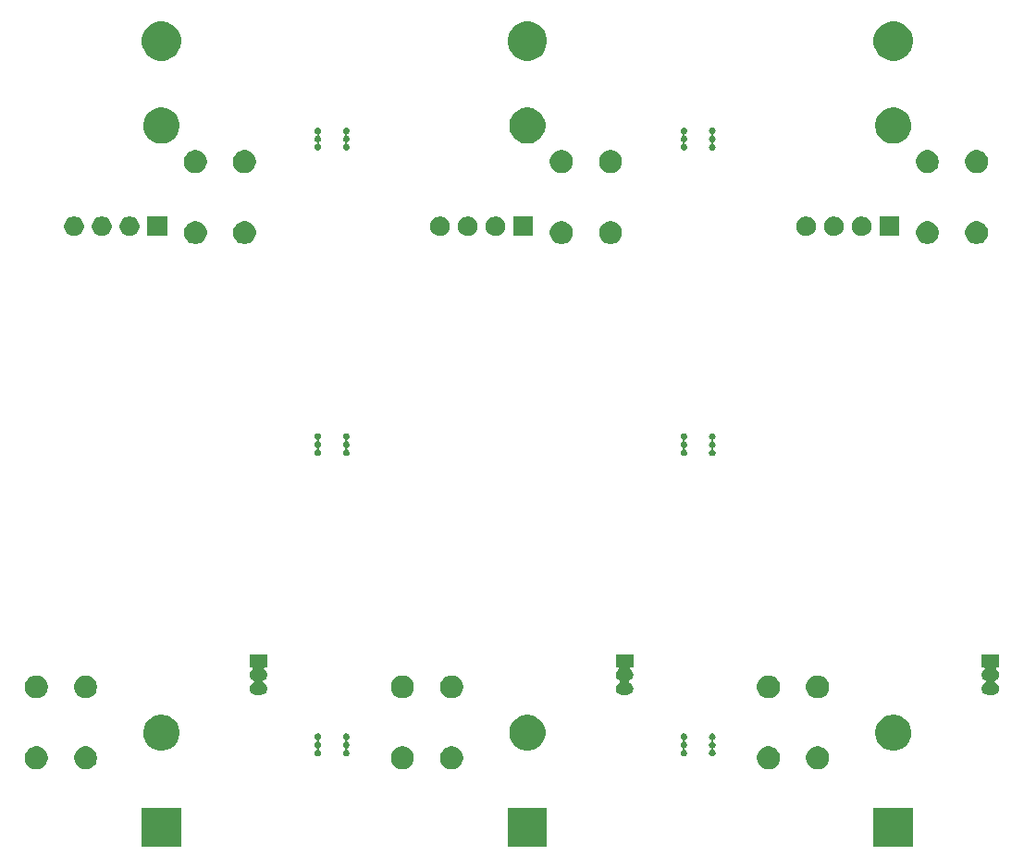
<source format=gbr>
G04 #@! TF.GenerationSoftware,KiCad,Pcbnew,5.1.6-c6e7f7d~87~ubuntu20.04.1*
G04 #@! TF.CreationDate,2020-11-03T14:00:41+02:00*
G04 #@! TF.ProjectId,temp_monitor,74656d70-5f6d-46f6-9e69-746f722e6b69,rev?*
G04 #@! TF.SameCoordinates,Original*
G04 #@! TF.FileFunction,Soldermask,Bot*
G04 #@! TF.FilePolarity,Negative*
%FSLAX46Y46*%
G04 Gerber Fmt 4.6, Leading zero omitted, Abs format (unit mm)*
G04 Created by KiCad (PCBNEW 5.1.6-c6e7f7d~87~ubuntu20.04.1) date 2020-11-03 14:00:41*
%MOMM*%
%LPD*%
G01*
G04 APERTURE LIST*
%ADD10C,0.100000*%
G04 APERTURE END LIST*
D10*
G36*
X108171000Y-99337000D02*
G01*
X104569000Y-99337000D01*
X104569000Y-95735000D01*
X108171000Y-95735000D01*
X108171000Y-99337000D01*
G37*
G36*
X41171000Y-99337000D02*
G01*
X37569000Y-99337000D01*
X37569000Y-95735000D01*
X41171000Y-95735000D01*
X41171000Y-99337000D01*
G37*
G36*
X74671000Y-99337000D02*
G01*
X71069000Y-99337000D01*
X71069000Y-95735000D01*
X74671000Y-95735000D01*
X74671000Y-99337000D01*
G37*
G36*
X66246564Y-90175389D02*
G01*
X66437833Y-90254615D01*
X66437835Y-90254616D01*
X66609973Y-90369635D01*
X66756365Y-90516027D01*
X66854037Y-90662203D01*
X66871385Y-90688167D01*
X66950611Y-90879436D01*
X66991000Y-91082484D01*
X66991000Y-91289516D01*
X66950611Y-91492564D01*
X66871385Y-91683833D01*
X66871384Y-91683835D01*
X66756365Y-91855973D01*
X66609973Y-92002365D01*
X66437835Y-92117384D01*
X66437834Y-92117385D01*
X66437833Y-92117385D01*
X66246564Y-92196611D01*
X66043516Y-92237000D01*
X65836484Y-92237000D01*
X65633436Y-92196611D01*
X65442167Y-92117385D01*
X65442166Y-92117385D01*
X65442165Y-92117384D01*
X65270027Y-92002365D01*
X65123635Y-91855973D01*
X65008616Y-91683835D01*
X65008615Y-91683833D01*
X64929389Y-91492564D01*
X64889000Y-91289516D01*
X64889000Y-91082484D01*
X64929389Y-90879436D01*
X65008615Y-90688167D01*
X65025964Y-90662203D01*
X65123635Y-90516027D01*
X65270027Y-90369635D01*
X65442165Y-90254616D01*
X65442167Y-90254615D01*
X65633436Y-90175389D01*
X65836484Y-90135000D01*
X66043516Y-90135000D01*
X66246564Y-90175389D01*
G37*
G36*
X99746564Y-90175389D02*
G01*
X99937833Y-90254615D01*
X99937835Y-90254616D01*
X100109973Y-90369635D01*
X100256365Y-90516027D01*
X100354037Y-90662203D01*
X100371385Y-90688167D01*
X100450611Y-90879436D01*
X100491000Y-91082484D01*
X100491000Y-91289516D01*
X100450611Y-91492564D01*
X100371385Y-91683833D01*
X100371384Y-91683835D01*
X100256365Y-91855973D01*
X100109973Y-92002365D01*
X99937835Y-92117384D01*
X99937834Y-92117385D01*
X99937833Y-92117385D01*
X99746564Y-92196611D01*
X99543516Y-92237000D01*
X99336484Y-92237000D01*
X99133436Y-92196611D01*
X98942167Y-92117385D01*
X98942166Y-92117385D01*
X98942165Y-92117384D01*
X98770027Y-92002365D01*
X98623635Y-91855973D01*
X98508616Y-91683835D01*
X98508615Y-91683833D01*
X98429389Y-91492564D01*
X98389000Y-91289516D01*
X98389000Y-91082484D01*
X98429389Y-90879436D01*
X98508615Y-90688167D01*
X98525964Y-90662203D01*
X98623635Y-90516027D01*
X98770027Y-90369635D01*
X98942165Y-90254616D01*
X98942167Y-90254615D01*
X99133436Y-90175389D01*
X99336484Y-90135000D01*
X99543516Y-90135000D01*
X99746564Y-90175389D01*
G37*
G36*
X95246564Y-90175389D02*
G01*
X95437833Y-90254615D01*
X95437835Y-90254616D01*
X95609973Y-90369635D01*
X95756365Y-90516027D01*
X95854037Y-90662203D01*
X95871385Y-90688167D01*
X95950611Y-90879436D01*
X95991000Y-91082484D01*
X95991000Y-91289516D01*
X95950611Y-91492564D01*
X95871385Y-91683833D01*
X95871384Y-91683835D01*
X95756365Y-91855973D01*
X95609973Y-92002365D01*
X95437835Y-92117384D01*
X95437834Y-92117385D01*
X95437833Y-92117385D01*
X95246564Y-92196611D01*
X95043516Y-92237000D01*
X94836484Y-92237000D01*
X94633436Y-92196611D01*
X94442167Y-92117385D01*
X94442166Y-92117385D01*
X94442165Y-92117384D01*
X94270027Y-92002365D01*
X94123635Y-91855973D01*
X94008616Y-91683835D01*
X94008615Y-91683833D01*
X93929389Y-91492564D01*
X93889000Y-91289516D01*
X93889000Y-91082484D01*
X93929389Y-90879436D01*
X94008615Y-90688167D01*
X94025964Y-90662203D01*
X94123635Y-90516027D01*
X94270027Y-90369635D01*
X94442165Y-90254616D01*
X94442167Y-90254615D01*
X94633436Y-90175389D01*
X94836484Y-90135000D01*
X95043516Y-90135000D01*
X95246564Y-90175389D01*
G37*
G36*
X61746564Y-90175389D02*
G01*
X61937833Y-90254615D01*
X61937835Y-90254616D01*
X62109973Y-90369635D01*
X62256365Y-90516027D01*
X62354037Y-90662203D01*
X62371385Y-90688167D01*
X62450611Y-90879436D01*
X62491000Y-91082484D01*
X62491000Y-91289516D01*
X62450611Y-91492564D01*
X62371385Y-91683833D01*
X62371384Y-91683835D01*
X62256365Y-91855973D01*
X62109973Y-92002365D01*
X61937835Y-92117384D01*
X61937834Y-92117385D01*
X61937833Y-92117385D01*
X61746564Y-92196611D01*
X61543516Y-92237000D01*
X61336484Y-92237000D01*
X61133436Y-92196611D01*
X60942167Y-92117385D01*
X60942166Y-92117385D01*
X60942165Y-92117384D01*
X60770027Y-92002365D01*
X60623635Y-91855973D01*
X60508616Y-91683835D01*
X60508615Y-91683833D01*
X60429389Y-91492564D01*
X60389000Y-91289516D01*
X60389000Y-91082484D01*
X60429389Y-90879436D01*
X60508615Y-90688167D01*
X60525964Y-90662203D01*
X60623635Y-90516027D01*
X60770027Y-90369635D01*
X60942165Y-90254616D01*
X60942167Y-90254615D01*
X61133436Y-90175389D01*
X61336484Y-90135000D01*
X61543516Y-90135000D01*
X61746564Y-90175389D01*
G37*
G36*
X28246564Y-90175389D02*
G01*
X28437833Y-90254615D01*
X28437835Y-90254616D01*
X28609973Y-90369635D01*
X28756365Y-90516027D01*
X28854037Y-90662203D01*
X28871385Y-90688167D01*
X28950611Y-90879436D01*
X28991000Y-91082484D01*
X28991000Y-91289516D01*
X28950611Y-91492564D01*
X28871385Y-91683833D01*
X28871384Y-91683835D01*
X28756365Y-91855973D01*
X28609973Y-92002365D01*
X28437835Y-92117384D01*
X28437834Y-92117385D01*
X28437833Y-92117385D01*
X28246564Y-92196611D01*
X28043516Y-92237000D01*
X27836484Y-92237000D01*
X27633436Y-92196611D01*
X27442167Y-92117385D01*
X27442166Y-92117385D01*
X27442165Y-92117384D01*
X27270027Y-92002365D01*
X27123635Y-91855973D01*
X27008616Y-91683835D01*
X27008615Y-91683833D01*
X26929389Y-91492564D01*
X26889000Y-91289516D01*
X26889000Y-91082484D01*
X26929389Y-90879436D01*
X27008615Y-90688167D01*
X27025964Y-90662203D01*
X27123635Y-90516027D01*
X27270027Y-90369635D01*
X27442165Y-90254616D01*
X27442167Y-90254615D01*
X27633436Y-90175389D01*
X27836484Y-90135000D01*
X28043516Y-90135000D01*
X28246564Y-90175389D01*
G37*
G36*
X32746564Y-90175389D02*
G01*
X32937833Y-90254615D01*
X32937835Y-90254616D01*
X33109973Y-90369635D01*
X33256365Y-90516027D01*
X33354037Y-90662203D01*
X33371385Y-90688167D01*
X33450611Y-90879436D01*
X33491000Y-91082484D01*
X33491000Y-91289516D01*
X33450611Y-91492564D01*
X33371385Y-91683833D01*
X33371384Y-91683835D01*
X33256365Y-91855973D01*
X33109973Y-92002365D01*
X32937835Y-92117384D01*
X32937834Y-92117385D01*
X32937833Y-92117385D01*
X32746564Y-92196611D01*
X32543516Y-92237000D01*
X32336484Y-92237000D01*
X32133436Y-92196611D01*
X31942167Y-92117385D01*
X31942166Y-92117385D01*
X31942165Y-92117384D01*
X31770027Y-92002365D01*
X31623635Y-91855973D01*
X31508616Y-91683835D01*
X31508615Y-91683833D01*
X31429389Y-91492564D01*
X31389000Y-91289516D01*
X31389000Y-91082484D01*
X31429389Y-90879436D01*
X31508615Y-90688167D01*
X31525964Y-90662203D01*
X31623635Y-90516027D01*
X31770027Y-90369635D01*
X31942165Y-90254616D01*
X31942167Y-90254615D01*
X32133436Y-90175389D01*
X32336484Y-90135000D01*
X32543516Y-90135000D01*
X32746564Y-90175389D01*
G37*
G36*
X56387797Y-88960567D02*
G01*
X56442575Y-88983257D01*
X56442577Y-88983258D01*
X56491876Y-89016198D01*
X56533802Y-89058124D01*
X56566742Y-89107423D01*
X56566743Y-89107425D01*
X56589433Y-89162203D01*
X56601000Y-89220353D01*
X56601000Y-89279647D01*
X56589433Y-89337797D01*
X56566743Y-89392575D01*
X56566742Y-89392577D01*
X56533802Y-89441876D01*
X56491876Y-89483802D01*
X56442577Y-89516742D01*
X56436104Y-89521067D01*
X56417162Y-89536612D01*
X56401617Y-89555554D01*
X56390066Y-89577165D01*
X56382953Y-89600614D01*
X56380551Y-89625000D01*
X56382953Y-89649386D01*
X56390066Y-89672835D01*
X56401617Y-89694446D01*
X56417162Y-89713388D01*
X56436104Y-89728933D01*
X56442577Y-89733258D01*
X56491876Y-89766198D01*
X56533802Y-89808124D01*
X56566742Y-89857423D01*
X56566743Y-89857425D01*
X56589433Y-89912203D01*
X56601000Y-89970353D01*
X56601000Y-90029647D01*
X56589433Y-90087797D01*
X56566743Y-90142575D01*
X56566742Y-90142577D01*
X56533802Y-90191876D01*
X56491876Y-90233802D01*
X56460725Y-90254616D01*
X56436104Y-90271067D01*
X56417162Y-90286612D01*
X56401617Y-90305554D01*
X56390066Y-90327165D01*
X56382953Y-90350614D01*
X56380551Y-90375000D01*
X56382953Y-90399386D01*
X56390066Y-90422835D01*
X56401617Y-90444446D01*
X56417162Y-90463388D01*
X56436104Y-90478933D01*
X56442577Y-90483258D01*
X56491876Y-90516198D01*
X56533802Y-90558124D01*
X56566742Y-90607423D01*
X56566743Y-90607425D01*
X56589433Y-90662203D01*
X56601000Y-90720353D01*
X56601000Y-90779647D01*
X56589433Y-90837797D01*
X56572186Y-90879435D01*
X56566742Y-90892577D01*
X56533802Y-90941876D01*
X56491876Y-90983802D01*
X56442577Y-91016742D01*
X56442576Y-91016743D01*
X56442575Y-91016743D01*
X56387797Y-91039433D01*
X56329647Y-91051000D01*
X56270353Y-91051000D01*
X56212203Y-91039433D01*
X56157425Y-91016743D01*
X56157424Y-91016743D01*
X56157423Y-91016742D01*
X56108124Y-90983802D01*
X56066198Y-90941876D01*
X56033258Y-90892577D01*
X56027814Y-90879435D01*
X56010567Y-90837797D01*
X55999000Y-90779647D01*
X55999000Y-90720353D01*
X56010567Y-90662203D01*
X56033257Y-90607425D01*
X56033258Y-90607423D01*
X56066198Y-90558124D01*
X56108124Y-90516198D01*
X56157423Y-90483258D01*
X56163896Y-90478933D01*
X56182838Y-90463388D01*
X56198383Y-90444446D01*
X56209934Y-90422835D01*
X56217047Y-90399386D01*
X56219449Y-90375000D01*
X56217047Y-90350614D01*
X56209934Y-90327165D01*
X56198383Y-90305554D01*
X56182838Y-90286612D01*
X56163896Y-90271067D01*
X56139275Y-90254616D01*
X56108124Y-90233802D01*
X56066198Y-90191876D01*
X56033258Y-90142577D01*
X56033257Y-90142575D01*
X56010567Y-90087797D01*
X55999000Y-90029647D01*
X55999000Y-89970353D01*
X56010567Y-89912203D01*
X56033257Y-89857425D01*
X56033258Y-89857423D01*
X56066198Y-89808124D01*
X56108124Y-89766198D01*
X56157423Y-89733258D01*
X56163896Y-89728933D01*
X56182838Y-89713388D01*
X56198383Y-89694446D01*
X56209934Y-89672835D01*
X56217047Y-89649386D01*
X56219449Y-89625000D01*
X56217047Y-89600614D01*
X56209934Y-89577165D01*
X56198383Y-89555554D01*
X56182838Y-89536612D01*
X56163896Y-89521067D01*
X56157423Y-89516742D01*
X56108124Y-89483802D01*
X56066198Y-89441876D01*
X56033258Y-89392577D01*
X56033257Y-89392575D01*
X56010567Y-89337797D01*
X55999000Y-89279647D01*
X55999000Y-89220353D01*
X56010567Y-89162203D01*
X56033257Y-89107425D01*
X56033258Y-89107423D01*
X56066198Y-89058124D01*
X56108124Y-89016198D01*
X56157423Y-88983258D01*
X56157425Y-88983257D01*
X56212203Y-88960567D01*
X56270353Y-88949000D01*
X56329647Y-88949000D01*
X56387797Y-88960567D01*
G37*
G36*
X89887797Y-88960567D02*
G01*
X89942575Y-88983257D01*
X89942577Y-88983258D01*
X89991876Y-89016198D01*
X90033802Y-89058124D01*
X90066742Y-89107423D01*
X90066743Y-89107425D01*
X90089433Y-89162203D01*
X90101000Y-89220353D01*
X90101000Y-89279647D01*
X90089433Y-89337797D01*
X90066743Y-89392575D01*
X90066742Y-89392577D01*
X90033802Y-89441876D01*
X89991876Y-89483802D01*
X89942577Y-89516742D01*
X89936104Y-89521067D01*
X89917162Y-89536612D01*
X89901617Y-89555554D01*
X89890066Y-89577165D01*
X89882953Y-89600614D01*
X89880551Y-89625000D01*
X89882953Y-89649386D01*
X89890066Y-89672835D01*
X89901617Y-89694446D01*
X89917162Y-89713388D01*
X89936104Y-89728933D01*
X89942577Y-89733258D01*
X89991876Y-89766198D01*
X90033802Y-89808124D01*
X90066742Y-89857423D01*
X90066743Y-89857425D01*
X90089433Y-89912203D01*
X90101000Y-89970353D01*
X90101000Y-90029647D01*
X90089433Y-90087797D01*
X90066743Y-90142575D01*
X90066742Y-90142577D01*
X90033802Y-90191876D01*
X89991876Y-90233802D01*
X89960725Y-90254616D01*
X89936104Y-90271067D01*
X89917162Y-90286612D01*
X89901617Y-90305554D01*
X89890066Y-90327165D01*
X89882953Y-90350614D01*
X89880551Y-90375000D01*
X89882953Y-90399386D01*
X89890066Y-90422835D01*
X89901617Y-90444446D01*
X89917162Y-90463388D01*
X89936104Y-90478933D01*
X89942577Y-90483258D01*
X89991876Y-90516198D01*
X90033802Y-90558124D01*
X90066742Y-90607423D01*
X90066743Y-90607425D01*
X90089433Y-90662203D01*
X90101000Y-90720353D01*
X90101000Y-90779647D01*
X90089433Y-90837797D01*
X90072186Y-90879435D01*
X90066742Y-90892577D01*
X90033802Y-90941876D01*
X89991876Y-90983802D01*
X89942577Y-91016742D01*
X89942576Y-91016743D01*
X89942575Y-91016743D01*
X89887797Y-91039433D01*
X89829647Y-91051000D01*
X89770353Y-91051000D01*
X89712203Y-91039433D01*
X89657425Y-91016743D01*
X89657424Y-91016743D01*
X89657423Y-91016742D01*
X89608124Y-90983802D01*
X89566198Y-90941876D01*
X89533258Y-90892577D01*
X89527814Y-90879435D01*
X89510567Y-90837797D01*
X89499000Y-90779647D01*
X89499000Y-90720353D01*
X89510567Y-90662203D01*
X89533257Y-90607425D01*
X89533258Y-90607423D01*
X89566198Y-90558124D01*
X89608124Y-90516198D01*
X89657423Y-90483258D01*
X89663896Y-90478933D01*
X89682838Y-90463388D01*
X89698383Y-90444446D01*
X89709934Y-90422835D01*
X89717047Y-90399386D01*
X89719449Y-90375000D01*
X89717047Y-90350614D01*
X89709934Y-90327165D01*
X89698383Y-90305554D01*
X89682838Y-90286612D01*
X89663896Y-90271067D01*
X89639275Y-90254616D01*
X89608124Y-90233802D01*
X89566198Y-90191876D01*
X89533258Y-90142577D01*
X89533257Y-90142575D01*
X89510567Y-90087797D01*
X89499000Y-90029647D01*
X89499000Y-89970353D01*
X89510567Y-89912203D01*
X89533257Y-89857425D01*
X89533258Y-89857423D01*
X89566198Y-89808124D01*
X89608124Y-89766198D01*
X89657423Y-89733258D01*
X89663896Y-89728933D01*
X89682838Y-89713388D01*
X89698383Y-89694446D01*
X89709934Y-89672835D01*
X89717047Y-89649386D01*
X89719449Y-89625000D01*
X89717047Y-89600614D01*
X89709934Y-89577165D01*
X89698383Y-89555554D01*
X89682838Y-89536612D01*
X89663896Y-89521067D01*
X89657423Y-89516742D01*
X89608124Y-89483802D01*
X89566198Y-89441876D01*
X89533258Y-89392577D01*
X89533257Y-89392575D01*
X89510567Y-89337797D01*
X89499000Y-89279647D01*
X89499000Y-89220353D01*
X89510567Y-89162203D01*
X89533257Y-89107425D01*
X89533258Y-89107423D01*
X89566198Y-89058124D01*
X89608124Y-89016198D01*
X89657423Y-88983258D01*
X89657425Y-88983257D01*
X89712203Y-88960567D01*
X89770353Y-88949000D01*
X89829647Y-88949000D01*
X89887797Y-88960567D01*
G37*
G36*
X87287797Y-88960567D02*
G01*
X87342575Y-88983257D01*
X87342577Y-88983258D01*
X87391876Y-89016198D01*
X87433802Y-89058124D01*
X87466742Y-89107423D01*
X87466743Y-89107425D01*
X87489433Y-89162203D01*
X87501000Y-89220353D01*
X87501000Y-89279647D01*
X87489433Y-89337797D01*
X87466743Y-89392575D01*
X87466742Y-89392577D01*
X87433802Y-89441876D01*
X87391876Y-89483802D01*
X87342577Y-89516742D01*
X87336104Y-89521067D01*
X87317162Y-89536612D01*
X87301617Y-89555554D01*
X87290066Y-89577165D01*
X87282953Y-89600614D01*
X87280551Y-89625000D01*
X87282953Y-89649386D01*
X87290066Y-89672835D01*
X87301617Y-89694446D01*
X87317162Y-89713388D01*
X87336104Y-89728933D01*
X87342577Y-89733258D01*
X87391876Y-89766198D01*
X87433802Y-89808124D01*
X87466742Y-89857423D01*
X87466743Y-89857425D01*
X87489433Y-89912203D01*
X87501000Y-89970353D01*
X87501000Y-90029647D01*
X87489433Y-90087797D01*
X87466743Y-90142575D01*
X87466742Y-90142577D01*
X87433802Y-90191876D01*
X87391876Y-90233802D01*
X87360725Y-90254616D01*
X87336104Y-90271067D01*
X87317162Y-90286612D01*
X87301617Y-90305554D01*
X87290066Y-90327165D01*
X87282953Y-90350614D01*
X87280551Y-90375000D01*
X87282953Y-90399386D01*
X87290066Y-90422835D01*
X87301617Y-90444446D01*
X87317162Y-90463388D01*
X87336104Y-90478933D01*
X87342577Y-90483258D01*
X87391876Y-90516198D01*
X87433802Y-90558124D01*
X87466742Y-90607423D01*
X87466743Y-90607425D01*
X87489433Y-90662203D01*
X87501000Y-90720353D01*
X87501000Y-90779647D01*
X87489433Y-90837797D01*
X87472186Y-90879435D01*
X87466742Y-90892577D01*
X87433802Y-90941876D01*
X87391876Y-90983802D01*
X87342577Y-91016742D01*
X87342576Y-91016743D01*
X87342575Y-91016743D01*
X87287797Y-91039433D01*
X87229647Y-91051000D01*
X87170353Y-91051000D01*
X87112203Y-91039433D01*
X87057425Y-91016743D01*
X87057424Y-91016743D01*
X87057423Y-91016742D01*
X87008124Y-90983802D01*
X86966198Y-90941876D01*
X86933258Y-90892577D01*
X86927814Y-90879435D01*
X86910567Y-90837797D01*
X86899000Y-90779647D01*
X86899000Y-90720353D01*
X86910567Y-90662203D01*
X86933257Y-90607425D01*
X86933258Y-90607423D01*
X86966198Y-90558124D01*
X87008124Y-90516198D01*
X87057423Y-90483258D01*
X87063896Y-90478933D01*
X87082838Y-90463388D01*
X87098383Y-90444446D01*
X87109934Y-90422835D01*
X87117047Y-90399386D01*
X87119449Y-90375000D01*
X87117047Y-90350614D01*
X87109934Y-90327165D01*
X87098383Y-90305554D01*
X87082838Y-90286612D01*
X87063896Y-90271067D01*
X87039275Y-90254616D01*
X87008124Y-90233802D01*
X86966198Y-90191876D01*
X86933258Y-90142577D01*
X86933257Y-90142575D01*
X86910567Y-90087797D01*
X86899000Y-90029647D01*
X86899000Y-89970353D01*
X86910567Y-89912203D01*
X86933257Y-89857425D01*
X86933258Y-89857423D01*
X86966198Y-89808124D01*
X87008124Y-89766198D01*
X87057423Y-89733258D01*
X87063896Y-89728933D01*
X87082838Y-89713388D01*
X87098383Y-89694446D01*
X87109934Y-89672835D01*
X87117047Y-89649386D01*
X87119449Y-89625000D01*
X87117047Y-89600614D01*
X87109934Y-89577165D01*
X87098383Y-89555554D01*
X87082838Y-89536612D01*
X87063896Y-89521067D01*
X87057423Y-89516742D01*
X87008124Y-89483802D01*
X86966198Y-89441876D01*
X86933258Y-89392577D01*
X86933257Y-89392575D01*
X86910567Y-89337797D01*
X86899000Y-89279647D01*
X86899000Y-89220353D01*
X86910567Y-89162203D01*
X86933257Y-89107425D01*
X86933258Y-89107423D01*
X86966198Y-89058124D01*
X87008124Y-89016198D01*
X87057423Y-88983258D01*
X87057425Y-88983257D01*
X87112203Y-88960567D01*
X87170353Y-88949000D01*
X87229647Y-88949000D01*
X87287797Y-88960567D01*
G37*
G36*
X53787797Y-88960567D02*
G01*
X53842575Y-88983257D01*
X53842577Y-88983258D01*
X53891876Y-89016198D01*
X53933802Y-89058124D01*
X53966742Y-89107423D01*
X53966743Y-89107425D01*
X53989433Y-89162203D01*
X54001000Y-89220353D01*
X54001000Y-89279647D01*
X53989433Y-89337797D01*
X53966743Y-89392575D01*
X53966742Y-89392577D01*
X53933802Y-89441876D01*
X53891876Y-89483802D01*
X53842577Y-89516742D01*
X53836104Y-89521067D01*
X53817162Y-89536612D01*
X53801617Y-89555554D01*
X53790066Y-89577165D01*
X53782953Y-89600614D01*
X53780551Y-89625000D01*
X53782953Y-89649386D01*
X53790066Y-89672835D01*
X53801617Y-89694446D01*
X53817162Y-89713388D01*
X53836104Y-89728933D01*
X53842577Y-89733258D01*
X53891876Y-89766198D01*
X53933802Y-89808124D01*
X53966742Y-89857423D01*
X53966743Y-89857425D01*
X53989433Y-89912203D01*
X54001000Y-89970353D01*
X54001000Y-90029647D01*
X53989433Y-90087797D01*
X53966743Y-90142575D01*
X53966742Y-90142577D01*
X53933802Y-90191876D01*
X53891876Y-90233802D01*
X53860725Y-90254616D01*
X53836104Y-90271067D01*
X53817162Y-90286612D01*
X53801617Y-90305554D01*
X53790066Y-90327165D01*
X53782953Y-90350614D01*
X53780551Y-90375000D01*
X53782953Y-90399386D01*
X53790066Y-90422835D01*
X53801617Y-90444446D01*
X53817162Y-90463388D01*
X53836104Y-90478933D01*
X53842577Y-90483258D01*
X53891876Y-90516198D01*
X53933802Y-90558124D01*
X53966742Y-90607423D01*
X53966743Y-90607425D01*
X53989433Y-90662203D01*
X54001000Y-90720353D01*
X54001000Y-90779647D01*
X53989433Y-90837797D01*
X53972186Y-90879435D01*
X53966742Y-90892577D01*
X53933802Y-90941876D01*
X53891876Y-90983802D01*
X53842577Y-91016742D01*
X53842576Y-91016743D01*
X53842575Y-91016743D01*
X53787797Y-91039433D01*
X53729647Y-91051000D01*
X53670353Y-91051000D01*
X53612203Y-91039433D01*
X53557425Y-91016743D01*
X53557424Y-91016743D01*
X53557423Y-91016742D01*
X53508124Y-90983802D01*
X53466198Y-90941876D01*
X53433258Y-90892577D01*
X53427814Y-90879435D01*
X53410567Y-90837797D01*
X53399000Y-90779647D01*
X53399000Y-90720353D01*
X53410567Y-90662203D01*
X53433257Y-90607425D01*
X53433258Y-90607423D01*
X53466198Y-90558124D01*
X53508124Y-90516198D01*
X53557423Y-90483258D01*
X53563896Y-90478933D01*
X53582838Y-90463388D01*
X53598383Y-90444446D01*
X53609934Y-90422835D01*
X53617047Y-90399386D01*
X53619449Y-90375000D01*
X53617047Y-90350614D01*
X53609934Y-90327165D01*
X53598383Y-90305554D01*
X53582838Y-90286612D01*
X53563896Y-90271067D01*
X53539275Y-90254616D01*
X53508124Y-90233802D01*
X53466198Y-90191876D01*
X53433258Y-90142577D01*
X53433257Y-90142575D01*
X53410567Y-90087797D01*
X53399000Y-90029647D01*
X53399000Y-89970353D01*
X53410567Y-89912203D01*
X53433257Y-89857425D01*
X53433258Y-89857423D01*
X53466198Y-89808124D01*
X53508124Y-89766198D01*
X53557423Y-89733258D01*
X53563896Y-89728933D01*
X53582838Y-89713388D01*
X53598383Y-89694446D01*
X53609934Y-89672835D01*
X53617047Y-89649386D01*
X53619449Y-89625000D01*
X53617047Y-89600614D01*
X53609934Y-89577165D01*
X53598383Y-89555554D01*
X53582838Y-89536612D01*
X53563896Y-89521067D01*
X53557423Y-89516742D01*
X53508124Y-89483802D01*
X53466198Y-89441876D01*
X53433258Y-89392577D01*
X53433257Y-89392575D01*
X53410567Y-89337797D01*
X53399000Y-89279647D01*
X53399000Y-89220353D01*
X53410567Y-89162203D01*
X53433257Y-89107425D01*
X53433258Y-89107423D01*
X53466198Y-89058124D01*
X53508124Y-89016198D01*
X53557423Y-88983258D01*
X53557425Y-88983257D01*
X53612203Y-88960567D01*
X53670353Y-88949000D01*
X53729647Y-88949000D01*
X53787797Y-88960567D01*
G37*
G36*
X106745256Y-87282298D02*
G01*
X106851579Y-87303447D01*
X107152042Y-87427903D01*
X107422451Y-87608585D01*
X107652415Y-87838549D01*
X107652416Y-87838551D01*
X107833098Y-88108960D01*
X107957553Y-88409422D01*
X108021000Y-88728389D01*
X108021000Y-89053611D01*
X107987833Y-89220353D01*
X107957553Y-89372579D01*
X107833097Y-89673042D01*
X107652415Y-89943451D01*
X107422451Y-90173415D01*
X107152042Y-90354097D01*
X106851579Y-90478553D01*
X106827925Y-90483258D01*
X106532611Y-90542000D01*
X106207389Y-90542000D01*
X105912075Y-90483258D01*
X105888421Y-90478553D01*
X105587958Y-90354097D01*
X105317549Y-90173415D01*
X105087585Y-89943451D01*
X104906903Y-89673042D01*
X104782447Y-89372579D01*
X104752167Y-89220353D01*
X104719000Y-89053611D01*
X104719000Y-88728389D01*
X104782447Y-88409422D01*
X104906902Y-88108960D01*
X105087584Y-87838551D01*
X105087585Y-87838549D01*
X105317549Y-87608585D01*
X105587958Y-87427903D01*
X105888421Y-87303447D01*
X105994744Y-87282298D01*
X106207389Y-87240000D01*
X106532611Y-87240000D01*
X106745256Y-87282298D01*
G37*
G36*
X39745256Y-87282298D02*
G01*
X39851579Y-87303447D01*
X40152042Y-87427903D01*
X40422451Y-87608585D01*
X40652415Y-87838549D01*
X40652416Y-87838551D01*
X40833098Y-88108960D01*
X40957553Y-88409422D01*
X41021000Y-88728389D01*
X41021000Y-89053611D01*
X40987833Y-89220353D01*
X40957553Y-89372579D01*
X40833097Y-89673042D01*
X40652415Y-89943451D01*
X40422451Y-90173415D01*
X40152042Y-90354097D01*
X39851579Y-90478553D01*
X39827925Y-90483258D01*
X39532611Y-90542000D01*
X39207389Y-90542000D01*
X38912075Y-90483258D01*
X38888421Y-90478553D01*
X38587958Y-90354097D01*
X38317549Y-90173415D01*
X38087585Y-89943451D01*
X37906903Y-89673042D01*
X37782447Y-89372579D01*
X37752167Y-89220353D01*
X37719000Y-89053611D01*
X37719000Y-88728389D01*
X37782447Y-88409422D01*
X37906902Y-88108960D01*
X38087584Y-87838551D01*
X38087585Y-87838549D01*
X38317549Y-87608585D01*
X38587958Y-87427903D01*
X38888421Y-87303447D01*
X38994744Y-87282298D01*
X39207389Y-87240000D01*
X39532611Y-87240000D01*
X39745256Y-87282298D01*
G37*
G36*
X73245256Y-87282298D02*
G01*
X73351579Y-87303447D01*
X73652042Y-87427903D01*
X73922451Y-87608585D01*
X74152415Y-87838549D01*
X74152416Y-87838551D01*
X74333098Y-88108960D01*
X74457553Y-88409422D01*
X74521000Y-88728389D01*
X74521000Y-89053611D01*
X74487833Y-89220353D01*
X74457553Y-89372579D01*
X74333097Y-89673042D01*
X74152415Y-89943451D01*
X73922451Y-90173415D01*
X73652042Y-90354097D01*
X73351579Y-90478553D01*
X73327925Y-90483258D01*
X73032611Y-90542000D01*
X72707389Y-90542000D01*
X72412075Y-90483258D01*
X72388421Y-90478553D01*
X72087958Y-90354097D01*
X71817549Y-90173415D01*
X71587585Y-89943451D01*
X71406903Y-89673042D01*
X71282447Y-89372579D01*
X71252167Y-89220353D01*
X71219000Y-89053611D01*
X71219000Y-88728389D01*
X71282447Y-88409422D01*
X71406902Y-88108960D01*
X71587584Y-87838551D01*
X71587585Y-87838549D01*
X71817549Y-87608585D01*
X72087958Y-87427903D01*
X72388421Y-87303447D01*
X72494744Y-87282298D01*
X72707389Y-87240000D01*
X73032611Y-87240000D01*
X73245256Y-87282298D01*
G37*
G36*
X28246564Y-83675389D02*
G01*
X28437833Y-83754615D01*
X28437835Y-83754616D01*
X28609973Y-83869635D01*
X28756365Y-84016027D01*
X28840538Y-84142000D01*
X28871385Y-84188167D01*
X28950611Y-84379436D01*
X28991000Y-84582484D01*
X28991000Y-84789516D01*
X28950611Y-84992564D01*
X28882269Y-85157557D01*
X28871384Y-85183835D01*
X28756365Y-85355973D01*
X28609973Y-85502365D01*
X28437835Y-85617384D01*
X28437834Y-85617385D01*
X28437833Y-85617385D01*
X28246564Y-85696611D01*
X28043516Y-85737000D01*
X27836484Y-85737000D01*
X27633436Y-85696611D01*
X27442167Y-85617385D01*
X27442166Y-85617385D01*
X27442165Y-85617384D01*
X27270027Y-85502365D01*
X27123635Y-85355973D01*
X27008616Y-85183835D01*
X26997731Y-85157557D01*
X26929389Y-84992564D01*
X26889000Y-84789516D01*
X26889000Y-84582484D01*
X26929389Y-84379436D01*
X27008615Y-84188167D01*
X27039463Y-84142000D01*
X27123635Y-84016027D01*
X27270027Y-83869635D01*
X27442165Y-83754616D01*
X27442167Y-83754615D01*
X27633436Y-83675389D01*
X27836484Y-83635000D01*
X28043516Y-83635000D01*
X28246564Y-83675389D01*
G37*
G36*
X99746564Y-83675389D02*
G01*
X99937833Y-83754615D01*
X99937835Y-83754616D01*
X100109973Y-83869635D01*
X100256365Y-84016027D01*
X100340538Y-84142000D01*
X100371385Y-84188167D01*
X100450611Y-84379436D01*
X100491000Y-84582484D01*
X100491000Y-84789516D01*
X100450611Y-84992564D01*
X100382269Y-85157557D01*
X100371384Y-85183835D01*
X100256365Y-85355973D01*
X100109973Y-85502365D01*
X99937835Y-85617384D01*
X99937834Y-85617385D01*
X99937833Y-85617385D01*
X99746564Y-85696611D01*
X99543516Y-85737000D01*
X99336484Y-85737000D01*
X99133436Y-85696611D01*
X98942167Y-85617385D01*
X98942166Y-85617385D01*
X98942165Y-85617384D01*
X98770027Y-85502365D01*
X98623635Y-85355973D01*
X98508616Y-85183835D01*
X98497731Y-85157557D01*
X98429389Y-84992564D01*
X98389000Y-84789516D01*
X98389000Y-84582484D01*
X98429389Y-84379436D01*
X98508615Y-84188167D01*
X98539463Y-84142000D01*
X98623635Y-84016027D01*
X98770027Y-83869635D01*
X98942165Y-83754616D01*
X98942167Y-83754615D01*
X99133436Y-83675389D01*
X99336484Y-83635000D01*
X99543516Y-83635000D01*
X99746564Y-83675389D01*
G37*
G36*
X66246564Y-83675389D02*
G01*
X66437833Y-83754615D01*
X66437835Y-83754616D01*
X66609973Y-83869635D01*
X66756365Y-84016027D01*
X66840538Y-84142000D01*
X66871385Y-84188167D01*
X66950611Y-84379436D01*
X66991000Y-84582484D01*
X66991000Y-84789516D01*
X66950611Y-84992564D01*
X66882269Y-85157557D01*
X66871384Y-85183835D01*
X66756365Y-85355973D01*
X66609973Y-85502365D01*
X66437835Y-85617384D01*
X66437834Y-85617385D01*
X66437833Y-85617385D01*
X66246564Y-85696611D01*
X66043516Y-85737000D01*
X65836484Y-85737000D01*
X65633436Y-85696611D01*
X65442167Y-85617385D01*
X65442166Y-85617385D01*
X65442165Y-85617384D01*
X65270027Y-85502365D01*
X65123635Y-85355973D01*
X65008616Y-85183835D01*
X64997731Y-85157557D01*
X64929389Y-84992564D01*
X64889000Y-84789516D01*
X64889000Y-84582484D01*
X64929389Y-84379436D01*
X65008615Y-84188167D01*
X65039463Y-84142000D01*
X65123635Y-84016027D01*
X65270027Y-83869635D01*
X65442165Y-83754616D01*
X65442167Y-83754615D01*
X65633436Y-83675389D01*
X65836484Y-83635000D01*
X66043516Y-83635000D01*
X66246564Y-83675389D01*
G37*
G36*
X61746564Y-83675389D02*
G01*
X61937833Y-83754615D01*
X61937835Y-83754616D01*
X62109973Y-83869635D01*
X62256365Y-84016027D01*
X62340538Y-84142000D01*
X62371385Y-84188167D01*
X62450611Y-84379436D01*
X62491000Y-84582484D01*
X62491000Y-84789516D01*
X62450611Y-84992564D01*
X62382269Y-85157557D01*
X62371384Y-85183835D01*
X62256365Y-85355973D01*
X62109973Y-85502365D01*
X61937835Y-85617384D01*
X61937834Y-85617385D01*
X61937833Y-85617385D01*
X61746564Y-85696611D01*
X61543516Y-85737000D01*
X61336484Y-85737000D01*
X61133436Y-85696611D01*
X60942167Y-85617385D01*
X60942166Y-85617385D01*
X60942165Y-85617384D01*
X60770027Y-85502365D01*
X60623635Y-85355973D01*
X60508616Y-85183835D01*
X60497731Y-85157557D01*
X60429389Y-84992564D01*
X60389000Y-84789516D01*
X60389000Y-84582484D01*
X60429389Y-84379436D01*
X60508615Y-84188167D01*
X60539463Y-84142000D01*
X60623635Y-84016027D01*
X60770027Y-83869635D01*
X60942165Y-83754616D01*
X60942167Y-83754615D01*
X61133436Y-83675389D01*
X61336484Y-83635000D01*
X61543516Y-83635000D01*
X61746564Y-83675389D01*
G37*
G36*
X32746564Y-83675389D02*
G01*
X32937833Y-83754615D01*
X32937835Y-83754616D01*
X33109973Y-83869635D01*
X33256365Y-84016027D01*
X33340538Y-84142000D01*
X33371385Y-84188167D01*
X33450611Y-84379436D01*
X33491000Y-84582484D01*
X33491000Y-84789516D01*
X33450611Y-84992564D01*
X33382269Y-85157557D01*
X33371384Y-85183835D01*
X33256365Y-85355973D01*
X33109973Y-85502365D01*
X32937835Y-85617384D01*
X32937834Y-85617385D01*
X32937833Y-85617385D01*
X32746564Y-85696611D01*
X32543516Y-85737000D01*
X32336484Y-85737000D01*
X32133436Y-85696611D01*
X31942167Y-85617385D01*
X31942166Y-85617385D01*
X31942165Y-85617384D01*
X31770027Y-85502365D01*
X31623635Y-85355973D01*
X31508616Y-85183835D01*
X31497731Y-85157557D01*
X31429389Y-84992564D01*
X31389000Y-84789516D01*
X31389000Y-84582484D01*
X31429389Y-84379436D01*
X31508615Y-84188167D01*
X31539463Y-84142000D01*
X31623635Y-84016027D01*
X31770027Y-83869635D01*
X31942165Y-83754616D01*
X31942167Y-83754615D01*
X32133436Y-83675389D01*
X32336484Y-83635000D01*
X32543516Y-83635000D01*
X32746564Y-83675389D01*
G37*
G36*
X95246564Y-83675389D02*
G01*
X95437833Y-83754615D01*
X95437835Y-83754616D01*
X95609973Y-83869635D01*
X95756365Y-84016027D01*
X95840538Y-84142000D01*
X95871385Y-84188167D01*
X95950611Y-84379436D01*
X95991000Y-84582484D01*
X95991000Y-84789516D01*
X95950611Y-84992564D01*
X95882269Y-85157557D01*
X95871384Y-85183835D01*
X95756365Y-85355973D01*
X95609973Y-85502365D01*
X95437835Y-85617384D01*
X95437834Y-85617385D01*
X95437833Y-85617385D01*
X95246564Y-85696611D01*
X95043516Y-85737000D01*
X94836484Y-85737000D01*
X94633436Y-85696611D01*
X94442167Y-85617385D01*
X94442166Y-85617385D01*
X94442165Y-85617384D01*
X94270027Y-85502365D01*
X94123635Y-85355973D01*
X94008616Y-85183835D01*
X93997731Y-85157557D01*
X93929389Y-84992564D01*
X93889000Y-84789516D01*
X93889000Y-84582484D01*
X93929389Y-84379436D01*
X94008615Y-84188167D01*
X94039463Y-84142000D01*
X94123635Y-84016027D01*
X94270027Y-83869635D01*
X94442165Y-83754616D01*
X94442167Y-83754615D01*
X94633436Y-83675389D01*
X94836484Y-83635000D01*
X95043516Y-83635000D01*
X95246564Y-83675389D01*
G37*
G36*
X116061000Y-82872000D02*
G01*
X115896660Y-82872000D01*
X115872274Y-82874402D01*
X115848825Y-82881515D01*
X115827214Y-82893066D01*
X115808272Y-82908611D01*
X115792727Y-82927553D01*
X115781176Y-82949164D01*
X115774063Y-82972613D01*
X115771661Y-82996999D01*
X115774063Y-83021385D01*
X115781176Y-83044834D01*
X115792727Y-83066445D01*
X115808272Y-83085387D01*
X115817345Y-83093609D01*
X115894264Y-83156736D01*
X115966244Y-83244443D01*
X116000429Y-83308399D01*
X116019728Y-83344505D01*
X116019729Y-83344508D01*
X116052666Y-83453084D01*
X116063787Y-83566000D01*
X116052666Y-83678916D01*
X116029702Y-83754615D01*
X116019728Y-83787495D01*
X116000429Y-83823601D01*
X115966244Y-83887557D01*
X115894264Y-83975264D01*
X115806557Y-84047244D01*
X115725141Y-84090761D01*
X115704766Y-84104375D01*
X115687439Y-84121702D01*
X115673826Y-84142076D01*
X115664448Y-84164715D01*
X115659668Y-84188748D01*
X115659668Y-84213252D01*
X115664448Y-84237285D01*
X115673826Y-84259924D01*
X115687440Y-84280299D01*
X115704767Y-84297626D01*
X115725141Y-84311239D01*
X115806557Y-84354756D01*
X115894264Y-84426736D01*
X115966244Y-84514443D01*
X116000429Y-84578399D01*
X116019728Y-84614505D01*
X116019729Y-84614508D01*
X116052666Y-84723084D01*
X116063787Y-84836000D01*
X116052666Y-84948916D01*
X116019729Y-85057492D01*
X116019728Y-85057495D01*
X116000429Y-85093601D01*
X115966244Y-85157557D01*
X115894264Y-85245264D01*
X115806557Y-85317244D01*
X115742601Y-85351429D01*
X115706495Y-85370728D01*
X115706492Y-85370729D01*
X115597916Y-85403666D01*
X115513298Y-85412000D01*
X115006702Y-85412000D01*
X114922084Y-85403666D01*
X114813508Y-85370729D01*
X114813505Y-85370728D01*
X114777399Y-85351429D01*
X114713443Y-85317244D01*
X114625736Y-85245264D01*
X114553756Y-85157557D01*
X114519571Y-85093601D01*
X114500272Y-85057495D01*
X114500271Y-85057492D01*
X114467334Y-84948916D01*
X114456213Y-84836000D01*
X114467334Y-84723084D01*
X114500271Y-84614508D01*
X114500272Y-84614505D01*
X114519571Y-84578399D01*
X114553756Y-84514443D01*
X114625736Y-84426736D01*
X114713443Y-84354756D01*
X114794859Y-84311239D01*
X114815234Y-84297625D01*
X114832561Y-84280298D01*
X114846174Y-84259924D01*
X114855552Y-84237285D01*
X114860332Y-84213252D01*
X114860332Y-84188748D01*
X114855552Y-84164715D01*
X114846174Y-84142076D01*
X114832560Y-84121701D01*
X114815233Y-84104374D01*
X114794859Y-84090761D01*
X114713443Y-84047244D01*
X114625736Y-83975264D01*
X114553756Y-83887557D01*
X114519571Y-83823601D01*
X114500272Y-83787495D01*
X114490298Y-83754615D01*
X114467334Y-83678916D01*
X114456213Y-83566000D01*
X114467334Y-83453084D01*
X114500271Y-83344508D01*
X114500272Y-83344505D01*
X114519571Y-83308399D01*
X114553756Y-83244443D01*
X114625736Y-83156736D01*
X114702646Y-83093617D01*
X114719965Y-83076298D01*
X114733579Y-83055923D01*
X114742957Y-83033284D01*
X114747737Y-83009251D01*
X114747737Y-82984747D01*
X114742957Y-82960714D01*
X114733579Y-82938075D01*
X114719966Y-82917701D01*
X114702639Y-82900374D01*
X114682264Y-82886760D01*
X114659625Y-82877382D01*
X114635592Y-82872602D01*
X114623340Y-82872000D01*
X114459000Y-82872000D01*
X114459000Y-81720000D01*
X116061000Y-81720000D01*
X116061000Y-82872000D01*
G37*
G36*
X82561000Y-82872000D02*
G01*
X82396660Y-82872000D01*
X82372274Y-82874402D01*
X82348825Y-82881515D01*
X82327214Y-82893066D01*
X82308272Y-82908611D01*
X82292727Y-82927553D01*
X82281176Y-82949164D01*
X82274063Y-82972613D01*
X82271661Y-82996999D01*
X82274063Y-83021385D01*
X82281176Y-83044834D01*
X82292727Y-83066445D01*
X82308272Y-83085387D01*
X82317345Y-83093609D01*
X82394264Y-83156736D01*
X82466244Y-83244443D01*
X82500429Y-83308399D01*
X82519728Y-83344505D01*
X82519729Y-83344508D01*
X82552666Y-83453084D01*
X82563787Y-83566000D01*
X82552666Y-83678916D01*
X82529702Y-83754615D01*
X82519728Y-83787495D01*
X82500429Y-83823601D01*
X82466244Y-83887557D01*
X82394264Y-83975264D01*
X82306557Y-84047244D01*
X82225141Y-84090761D01*
X82204766Y-84104375D01*
X82187439Y-84121702D01*
X82173826Y-84142076D01*
X82164448Y-84164715D01*
X82159668Y-84188748D01*
X82159668Y-84213252D01*
X82164448Y-84237285D01*
X82173826Y-84259924D01*
X82187440Y-84280299D01*
X82204767Y-84297626D01*
X82225141Y-84311239D01*
X82306557Y-84354756D01*
X82394264Y-84426736D01*
X82466244Y-84514443D01*
X82500429Y-84578399D01*
X82519728Y-84614505D01*
X82519729Y-84614508D01*
X82552666Y-84723084D01*
X82563787Y-84836000D01*
X82552666Y-84948916D01*
X82519729Y-85057492D01*
X82519728Y-85057495D01*
X82500429Y-85093601D01*
X82466244Y-85157557D01*
X82394264Y-85245264D01*
X82306557Y-85317244D01*
X82242601Y-85351429D01*
X82206495Y-85370728D01*
X82206492Y-85370729D01*
X82097916Y-85403666D01*
X82013298Y-85412000D01*
X81506702Y-85412000D01*
X81422084Y-85403666D01*
X81313508Y-85370729D01*
X81313505Y-85370728D01*
X81277399Y-85351429D01*
X81213443Y-85317244D01*
X81125736Y-85245264D01*
X81053756Y-85157557D01*
X81019571Y-85093601D01*
X81000272Y-85057495D01*
X81000271Y-85057492D01*
X80967334Y-84948916D01*
X80956213Y-84836000D01*
X80967334Y-84723084D01*
X81000271Y-84614508D01*
X81000272Y-84614505D01*
X81019571Y-84578399D01*
X81053756Y-84514443D01*
X81125736Y-84426736D01*
X81213443Y-84354756D01*
X81294859Y-84311239D01*
X81315234Y-84297625D01*
X81332561Y-84280298D01*
X81346174Y-84259924D01*
X81355552Y-84237285D01*
X81360332Y-84213252D01*
X81360332Y-84188748D01*
X81355552Y-84164715D01*
X81346174Y-84142076D01*
X81332560Y-84121701D01*
X81315233Y-84104374D01*
X81294859Y-84090761D01*
X81213443Y-84047244D01*
X81125736Y-83975264D01*
X81053756Y-83887557D01*
X81019571Y-83823601D01*
X81000272Y-83787495D01*
X80990298Y-83754615D01*
X80967334Y-83678916D01*
X80956213Y-83566000D01*
X80967334Y-83453084D01*
X81000271Y-83344508D01*
X81000272Y-83344505D01*
X81019571Y-83308399D01*
X81053756Y-83244443D01*
X81125736Y-83156736D01*
X81202646Y-83093617D01*
X81219965Y-83076298D01*
X81233579Y-83055923D01*
X81242957Y-83033284D01*
X81247737Y-83009251D01*
X81247737Y-82984747D01*
X81242957Y-82960714D01*
X81233579Y-82938075D01*
X81219966Y-82917701D01*
X81202639Y-82900374D01*
X81182264Y-82886760D01*
X81159625Y-82877382D01*
X81135592Y-82872602D01*
X81123340Y-82872000D01*
X80959000Y-82872000D01*
X80959000Y-81720000D01*
X82561000Y-81720000D01*
X82561000Y-82872000D01*
G37*
G36*
X49061000Y-82872000D02*
G01*
X48896660Y-82872000D01*
X48872274Y-82874402D01*
X48848825Y-82881515D01*
X48827214Y-82893066D01*
X48808272Y-82908611D01*
X48792727Y-82927553D01*
X48781176Y-82949164D01*
X48774063Y-82972613D01*
X48771661Y-82996999D01*
X48774063Y-83021385D01*
X48781176Y-83044834D01*
X48792727Y-83066445D01*
X48808272Y-83085387D01*
X48817345Y-83093609D01*
X48894264Y-83156736D01*
X48966244Y-83244443D01*
X49000429Y-83308399D01*
X49019728Y-83344505D01*
X49019729Y-83344508D01*
X49052666Y-83453084D01*
X49063787Y-83566000D01*
X49052666Y-83678916D01*
X49029702Y-83754615D01*
X49019728Y-83787495D01*
X49000429Y-83823601D01*
X48966244Y-83887557D01*
X48894264Y-83975264D01*
X48806557Y-84047244D01*
X48725141Y-84090761D01*
X48704766Y-84104375D01*
X48687439Y-84121702D01*
X48673826Y-84142076D01*
X48664448Y-84164715D01*
X48659668Y-84188748D01*
X48659668Y-84213252D01*
X48664448Y-84237285D01*
X48673826Y-84259924D01*
X48687440Y-84280299D01*
X48704767Y-84297626D01*
X48725141Y-84311239D01*
X48806557Y-84354756D01*
X48894264Y-84426736D01*
X48966244Y-84514443D01*
X49000429Y-84578399D01*
X49019728Y-84614505D01*
X49019729Y-84614508D01*
X49052666Y-84723084D01*
X49063787Y-84836000D01*
X49052666Y-84948916D01*
X49019729Y-85057492D01*
X49019728Y-85057495D01*
X49000429Y-85093601D01*
X48966244Y-85157557D01*
X48894264Y-85245264D01*
X48806557Y-85317244D01*
X48742601Y-85351429D01*
X48706495Y-85370728D01*
X48706492Y-85370729D01*
X48597916Y-85403666D01*
X48513298Y-85412000D01*
X48006702Y-85412000D01*
X47922084Y-85403666D01*
X47813508Y-85370729D01*
X47813505Y-85370728D01*
X47777399Y-85351429D01*
X47713443Y-85317244D01*
X47625736Y-85245264D01*
X47553756Y-85157557D01*
X47519571Y-85093601D01*
X47500272Y-85057495D01*
X47500271Y-85057492D01*
X47467334Y-84948916D01*
X47456213Y-84836000D01*
X47467334Y-84723084D01*
X47500271Y-84614508D01*
X47500272Y-84614505D01*
X47519571Y-84578399D01*
X47553756Y-84514443D01*
X47625736Y-84426736D01*
X47713443Y-84354756D01*
X47794859Y-84311239D01*
X47815234Y-84297625D01*
X47832561Y-84280298D01*
X47846174Y-84259924D01*
X47855552Y-84237285D01*
X47860332Y-84213252D01*
X47860332Y-84188748D01*
X47855552Y-84164715D01*
X47846174Y-84142076D01*
X47832560Y-84121701D01*
X47815233Y-84104374D01*
X47794859Y-84090761D01*
X47713443Y-84047244D01*
X47625736Y-83975264D01*
X47553756Y-83887557D01*
X47519571Y-83823601D01*
X47500272Y-83787495D01*
X47490298Y-83754615D01*
X47467334Y-83678916D01*
X47456213Y-83566000D01*
X47467334Y-83453084D01*
X47500271Y-83344508D01*
X47500272Y-83344505D01*
X47519571Y-83308399D01*
X47553756Y-83244443D01*
X47625736Y-83156736D01*
X47702646Y-83093617D01*
X47719965Y-83076298D01*
X47733579Y-83055923D01*
X47742957Y-83033284D01*
X47747737Y-83009251D01*
X47747737Y-82984747D01*
X47742957Y-82960714D01*
X47733579Y-82938075D01*
X47719966Y-82917701D01*
X47702639Y-82900374D01*
X47682264Y-82886760D01*
X47659625Y-82877382D01*
X47635592Y-82872602D01*
X47623340Y-82872000D01*
X47459000Y-82872000D01*
X47459000Y-81720000D01*
X49061000Y-81720000D01*
X49061000Y-82872000D01*
G37*
G36*
X53787797Y-61460567D02*
G01*
X53842575Y-61483257D01*
X53842577Y-61483258D01*
X53891876Y-61516198D01*
X53933802Y-61558124D01*
X53966742Y-61607423D01*
X53966743Y-61607425D01*
X53989433Y-61662203D01*
X54001000Y-61720353D01*
X54001000Y-61779647D01*
X53989433Y-61837797D01*
X53966743Y-61892575D01*
X53966742Y-61892577D01*
X53933802Y-61941876D01*
X53891876Y-61983802D01*
X53842577Y-62016742D01*
X53836104Y-62021067D01*
X53817162Y-62036612D01*
X53801617Y-62055554D01*
X53790066Y-62077165D01*
X53782953Y-62100614D01*
X53780551Y-62125000D01*
X53782953Y-62149386D01*
X53790066Y-62172835D01*
X53801617Y-62194446D01*
X53817162Y-62213388D01*
X53836104Y-62228933D01*
X53842577Y-62233258D01*
X53891876Y-62266198D01*
X53933802Y-62308124D01*
X53966742Y-62357423D01*
X53966743Y-62357425D01*
X53989433Y-62412203D01*
X54001000Y-62470353D01*
X54001000Y-62529647D01*
X53989433Y-62587797D01*
X53966743Y-62642575D01*
X53966742Y-62642577D01*
X53933802Y-62691876D01*
X53891876Y-62733802D01*
X53842577Y-62766742D01*
X53836104Y-62771067D01*
X53817162Y-62786612D01*
X53801617Y-62805554D01*
X53790066Y-62827165D01*
X53782953Y-62850614D01*
X53780551Y-62875000D01*
X53782953Y-62899386D01*
X53790066Y-62922835D01*
X53801617Y-62944446D01*
X53817162Y-62963388D01*
X53836104Y-62978933D01*
X53842577Y-62983258D01*
X53891876Y-63016198D01*
X53933802Y-63058124D01*
X53966742Y-63107423D01*
X53966743Y-63107425D01*
X53989433Y-63162203D01*
X54001000Y-63220353D01*
X54001000Y-63279647D01*
X53989433Y-63337797D01*
X53966743Y-63392575D01*
X53966742Y-63392577D01*
X53933802Y-63441876D01*
X53891876Y-63483802D01*
X53842577Y-63516742D01*
X53842576Y-63516743D01*
X53842575Y-63516743D01*
X53787797Y-63539433D01*
X53729647Y-63551000D01*
X53670353Y-63551000D01*
X53612203Y-63539433D01*
X53557425Y-63516743D01*
X53557424Y-63516743D01*
X53557423Y-63516742D01*
X53508124Y-63483802D01*
X53466198Y-63441876D01*
X53433258Y-63392577D01*
X53433257Y-63392575D01*
X53410567Y-63337797D01*
X53399000Y-63279647D01*
X53399000Y-63220353D01*
X53410567Y-63162203D01*
X53433257Y-63107425D01*
X53433258Y-63107423D01*
X53466198Y-63058124D01*
X53508124Y-63016198D01*
X53557423Y-62983258D01*
X53563896Y-62978933D01*
X53582838Y-62963388D01*
X53598383Y-62944446D01*
X53609934Y-62922835D01*
X53617047Y-62899386D01*
X53619449Y-62875000D01*
X53617047Y-62850614D01*
X53609934Y-62827165D01*
X53598383Y-62805554D01*
X53582838Y-62786612D01*
X53563896Y-62771067D01*
X53557423Y-62766742D01*
X53508124Y-62733802D01*
X53466198Y-62691876D01*
X53433258Y-62642577D01*
X53433257Y-62642575D01*
X53410567Y-62587797D01*
X53399000Y-62529647D01*
X53399000Y-62470353D01*
X53410567Y-62412203D01*
X53433257Y-62357425D01*
X53433258Y-62357423D01*
X53466198Y-62308124D01*
X53508124Y-62266198D01*
X53557423Y-62233258D01*
X53563896Y-62228933D01*
X53582838Y-62213388D01*
X53598383Y-62194446D01*
X53609934Y-62172835D01*
X53617047Y-62149386D01*
X53619449Y-62125000D01*
X53617047Y-62100614D01*
X53609934Y-62077165D01*
X53598383Y-62055554D01*
X53582838Y-62036612D01*
X53563896Y-62021067D01*
X53557423Y-62016742D01*
X53508124Y-61983802D01*
X53466198Y-61941876D01*
X53433258Y-61892577D01*
X53433257Y-61892575D01*
X53410567Y-61837797D01*
X53399000Y-61779647D01*
X53399000Y-61720353D01*
X53410567Y-61662203D01*
X53433257Y-61607425D01*
X53433258Y-61607423D01*
X53466198Y-61558124D01*
X53508124Y-61516198D01*
X53557423Y-61483258D01*
X53557425Y-61483257D01*
X53612203Y-61460567D01*
X53670353Y-61449000D01*
X53729647Y-61449000D01*
X53787797Y-61460567D01*
G37*
G36*
X87287797Y-61460567D02*
G01*
X87342575Y-61483257D01*
X87342577Y-61483258D01*
X87391876Y-61516198D01*
X87433802Y-61558124D01*
X87466742Y-61607423D01*
X87466743Y-61607425D01*
X87489433Y-61662203D01*
X87501000Y-61720353D01*
X87501000Y-61779647D01*
X87489433Y-61837797D01*
X87466743Y-61892575D01*
X87466742Y-61892577D01*
X87433802Y-61941876D01*
X87391876Y-61983802D01*
X87342577Y-62016742D01*
X87336104Y-62021067D01*
X87317162Y-62036612D01*
X87301617Y-62055554D01*
X87290066Y-62077165D01*
X87282953Y-62100614D01*
X87280551Y-62125000D01*
X87282953Y-62149386D01*
X87290066Y-62172835D01*
X87301617Y-62194446D01*
X87317162Y-62213388D01*
X87336104Y-62228933D01*
X87342577Y-62233258D01*
X87391876Y-62266198D01*
X87433802Y-62308124D01*
X87466742Y-62357423D01*
X87466743Y-62357425D01*
X87489433Y-62412203D01*
X87501000Y-62470353D01*
X87501000Y-62529647D01*
X87489433Y-62587797D01*
X87466743Y-62642575D01*
X87466742Y-62642577D01*
X87433802Y-62691876D01*
X87391876Y-62733802D01*
X87342577Y-62766742D01*
X87336104Y-62771067D01*
X87317162Y-62786612D01*
X87301617Y-62805554D01*
X87290066Y-62827165D01*
X87282953Y-62850614D01*
X87280551Y-62875000D01*
X87282953Y-62899386D01*
X87290066Y-62922835D01*
X87301617Y-62944446D01*
X87317162Y-62963388D01*
X87336104Y-62978933D01*
X87342577Y-62983258D01*
X87391876Y-63016198D01*
X87433802Y-63058124D01*
X87466742Y-63107423D01*
X87466743Y-63107425D01*
X87489433Y-63162203D01*
X87501000Y-63220353D01*
X87501000Y-63279647D01*
X87489433Y-63337797D01*
X87466743Y-63392575D01*
X87466742Y-63392577D01*
X87433802Y-63441876D01*
X87391876Y-63483802D01*
X87342577Y-63516742D01*
X87342576Y-63516743D01*
X87342575Y-63516743D01*
X87287797Y-63539433D01*
X87229647Y-63551000D01*
X87170353Y-63551000D01*
X87112203Y-63539433D01*
X87057425Y-63516743D01*
X87057424Y-63516743D01*
X87057423Y-63516742D01*
X87008124Y-63483802D01*
X86966198Y-63441876D01*
X86933258Y-63392577D01*
X86933257Y-63392575D01*
X86910567Y-63337797D01*
X86899000Y-63279647D01*
X86899000Y-63220353D01*
X86910567Y-63162203D01*
X86933257Y-63107425D01*
X86933258Y-63107423D01*
X86966198Y-63058124D01*
X87008124Y-63016198D01*
X87057423Y-62983258D01*
X87063896Y-62978933D01*
X87082838Y-62963388D01*
X87098383Y-62944446D01*
X87109934Y-62922835D01*
X87117047Y-62899386D01*
X87119449Y-62875000D01*
X87117047Y-62850614D01*
X87109934Y-62827165D01*
X87098383Y-62805554D01*
X87082838Y-62786612D01*
X87063896Y-62771067D01*
X87057423Y-62766742D01*
X87008124Y-62733802D01*
X86966198Y-62691876D01*
X86933258Y-62642577D01*
X86933257Y-62642575D01*
X86910567Y-62587797D01*
X86899000Y-62529647D01*
X86899000Y-62470353D01*
X86910567Y-62412203D01*
X86933257Y-62357425D01*
X86933258Y-62357423D01*
X86966198Y-62308124D01*
X87008124Y-62266198D01*
X87057423Y-62233258D01*
X87063896Y-62228933D01*
X87082838Y-62213388D01*
X87098383Y-62194446D01*
X87109934Y-62172835D01*
X87117047Y-62149386D01*
X87119449Y-62125000D01*
X87117047Y-62100614D01*
X87109934Y-62077165D01*
X87098383Y-62055554D01*
X87082838Y-62036612D01*
X87063896Y-62021067D01*
X87057423Y-62016742D01*
X87008124Y-61983802D01*
X86966198Y-61941876D01*
X86933258Y-61892577D01*
X86933257Y-61892575D01*
X86910567Y-61837797D01*
X86899000Y-61779647D01*
X86899000Y-61720353D01*
X86910567Y-61662203D01*
X86933257Y-61607425D01*
X86933258Y-61607423D01*
X86966198Y-61558124D01*
X87008124Y-61516198D01*
X87057423Y-61483258D01*
X87057425Y-61483257D01*
X87112203Y-61460567D01*
X87170353Y-61449000D01*
X87229647Y-61449000D01*
X87287797Y-61460567D01*
G37*
G36*
X89887797Y-61460567D02*
G01*
X89942575Y-61483257D01*
X89942577Y-61483258D01*
X89991876Y-61516198D01*
X90033802Y-61558124D01*
X90066742Y-61607423D01*
X90066743Y-61607425D01*
X90089433Y-61662203D01*
X90101000Y-61720353D01*
X90101000Y-61779647D01*
X90089433Y-61837797D01*
X90066743Y-61892575D01*
X90066742Y-61892577D01*
X90033802Y-61941876D01*
X89991876Y-61983802D01*
X89942577Y-62016742D01*
X89936104Y-62021067D01*
X89917162Y-62036612D01*
X89901617Y-62055554D01*
X89890066Y-62077165D01*
X89882953Y-62100614D01*
X89880551Y-62125000D01*
X89882953Y-62149386D01*
X89890066Y-62172835D01*
X89901617Y-62194446D01*
X89917162Y-62213388D01*
X89936104Y-62228933D01*
X89942577Y-62233258D01*
X89991876Y-62266198D01*
X90033802Y-62308124D01*
X90066742Y-62357423D01*
X90066743Y-62357425D01*
X90089433Y-62412203D01*
X90101000Y-62470353D01*
X90101000Y-62529647D01*
X90089433Y-62587797D01*
X90066743Y-62642575D01*
X90066742Y-62642577D01*
X90033802Y-62691876D01*
X89991876Y-62733802D01*
X89942577Y-62766742D01*
X89936104Y-62771067D01*
X89917162Y-62786612D01*
X89901617Y-62805554D01*
X89890066Y-62827165D01*
X89882953Y-62850614D01*
X89880551Y-62875000D01*
X89882953Y-62899386D01*
X89890066Y-62922835D01*
X89901617Y-62944446D01*
X89917162Y-62963388D01*
X89936104Y-62978933D01*
X89942577Y-62983258D01*
X89991876Y-63016198D01*
X90033802Y-63058124D01*
X90066742Y-63107423D01*
X90066743Y-63107425D01*
X90089433Y-63162203D01*
X90101000Y-63220353D01*
X90101000Y-63279647D01*
X90089433Y-63337797D01*
X90066743Y-63392575D01*
X90066742Y-63392577D01*
X90033802Y-63441876D01*
X89991876Y-63483802D01*
X89942577Y-63516742D01*
X89942576Y-63516743D01*
X89942575Y-63516743D01*
X89887797Y-63539433D01*
X89829647Y-63551000D01*
X89770353Y-63551000D01*
X89712203Y-63539433D01*
X89657425Y-63516743D01*
X89657424Y-63516743D01*
X89657423Y-63516742D01*
X89608124Y-63483802D01*
X89566198Y-63441876D01*
X89533258Y-63392577D01*
X89533257Y-63392575D01*
X89510567Y-63337797D01*
X89499000Y-63279647D01*
X89499000Y-63220353D01*
X89510567Y-63162203D01*
X89533257Y-63107425D01*
X89533258Y-63107423D01*
X89566198Y-63058124D01*
X89608124Y-63016198D01*
X89657423Y-62983258D01*
X89663896Y-62978933D01*
X89682838Y-62963388D01*
X89698383Y-62944446D01*
X89709934Y-62922835D01*
X89717047Y-62899386D01*
X89719449Y-62875000D01*
X89717047Y-62850614D01*
X89709934Y-62827165D01*
X89698383Y-62805554D01*
X89682838Y-62786612D01*
X89663896Y-62771067D01*
X89657423Y-62766742D01*
X89608124Y-62733802D01*
X89566198Y-62691876D01*
X89533258Y-62642577D01*
X89533257Y-62642575D01*
X89510567Y-62587797D01*
X89499000Y-62529647D01*
X89499000Y-62470353D01*
X89510567Y-62412203D01*
X89533257Y-62357425D01*
X89533258Y-62357423D01*
X89566198Y-62308124D01*
X89608124Y-62266198D01*
X89657423Y-62233258D01*
X89663896Y-62228933D01*
X89682838Y-62213388D01*
X89698383Y-62194446D01*
X89709934Y-62172835D01*
X89717047Y-62149386D01*
X89719449Y-62125000D01*
X89717047Y-62100614D01*
X89709934Y-62077165D01*
X89698383Y-62055554D01*
X89682838Y-62036612D01*
X89663896Y-62021067D01*
X89657423Y-62016742D01*
X89608124Y-61983802D01*
X89566198Y-61941876D01*
X89533258Y-61892577D01*
X89533257Y-61892575D01*
X89510567Y-61837797D01*
X89499000Y-61779647D01*
X89499000Y-61720353D01*
X89510567Y-61662203D01*
X89533257Y-61607425D01*
X89533258Y-61607423D01*
X89566198Y-61558124D01*
X89608124Y-61516198D01*
X89657423Y-61483258D01*
X89657425Y-61483257D01*
X89712203Y-61460567D01*
X89770353Y-61449000D01*
X89829647Y-61449000D01*
X89887797Y-61460567D01*
G37*
G36*
X56387797Y-61460567D02*
G01*
X56442575Y-61483257D01*
X56442577Y-61483258D01*
X56491876Y-61516198D01*
X56533802Y-61558124D01*
X56566742Y-61607423D01*
X56566743Y-61607425D01*
X56589433Y-61662203D01*
X56601000Y-61720353D01*
X56601000Y-61779647D01*
X56589433Y-61837797D01*
X56566743Y-61892575D01*
X56566742Y-61892577D01*
X56533802Y-61941876D01*
X56491876Y-61983802D01*
X56442577Y-62016742D01*
X56436104Y-62021067D01*
X56417162Y-62036612D01*
X56401617Y-62055554D01*
X56390066Y-62077165D01*
X56382953Y-62100614D01*
X56380551Y-62125000D01*
X56382953Y-62149386D01*
X56390066Y-62172835D01*
X56401617Y-62194446D01*
X56417162Y-62213388D01*
X56436104Y-62228933D01*
X56442577Y-62233258D01*
X56491876Y-62266198D01*
X56533802Y-62308124D01*
X56566742Y-62357423D01*
X56566743Y-62357425D01*
X56589433Y-62412203D01*
X56601000Y-62470353D01*
X56601000Y-62529647D01*
X56589433Y-62587797D01*
X56566743Y-62642575D01*
X56566742Y-62642577D01*
X56533802Y-62691876D01*
X56491876Y-62733802D01*
X56442577Y-62766742D01*
X56436104Y-62771067D01*
X56417162Y-62786612D01*
X56401617Y-62805554D01*
X56390066Y-62827165D01*
X56382953Y-62850614D01*
X56380551Y-62875000D01*
X56382953Y-62899386D01*
X56390066Y-62922835D01*
X56401617Y-62944446D01*
X56417162Y-62963388D01*
X56436104Y-62978933D01*
X56442577Y-62983258D01*
X56491876Y-63016198D01*
X56533802Y-63058124D01*
X56566742Y-63107423D01*
X56566743Y-63107425D01*
X56589433Y-63162203D01*
X56601000Y-63220353D01*
X56601000Y-63279647D01*
X56589433Y-63337797D01*
X56566743Y-63392575D01*
X56566742Y-63392577D01*
X56533802Y-63441876D01*
X56491876Y-63483802D01*
X56442577Y-63516742D01*
X56442576Y-63516743D01*
X56442575Y-63516743D01*
X56387797Y-63539433D01*
X56329647Y-63551000D01*
X56270353Y-63551000D01*
X56212203Y-63539433D01*
X56157425Y-63516743D01*
X56157424Y-63516743D01*
X56157423Y-63516742D01*
X56108124Y-63483802D01*
X56066198Y-63441876D01*
X56033258Y-63392577D01*
X56033257Y-63392575D01*
X56010567Y-63337797D01*
X55999000Y-63279647D01*
X55999000Y-63220353D01*
X56010567Y-63162203D01*
X56033257Y-63107425D01*
X56033258Y-63107423D01*
X56066198Y-63058124D01*
X56108124Y-63016198D01*
X56157423Y-62983258D01*
X56163896Y-62978933D01*
X56182838Y-62963388D01*
X56198383Y-62944446D01*
X56209934Y-62922835D01*
X56217047Y-62899386D01*
X56219449Y-62875000D01*
X56217047Y-62850614D01*
X56209934Y-62827165D01*
X56198383Y-62805554D01*
X56182838Y-62786612D01*
X56163896Y-62771067D01*
X56157423Y-62766742D01*
X56108124Y-62733802D01*
X56066198Y-62691876D01*
X56033258Y-62642577D01*
X56033257Y-62642575D01*
X56010567Y-62587797D01*
X55999000Y-62529647D01*
X55999000Y-62470353D01*
X56010567Y-62412203D01*
X56033257Y-62357425D01*
X56033258Y-62357423D01*
X56066198Y-62308124D01*
X56108124Y-62266198D01*
X56157423Y-62233258D01*
X56163896Y-62228933D01*
X56182838Y-62213388D01*
X56198383Y-62194446D01*
X56209934Y-62172835D01*
X56217047Y-62149386D01*
X56219449Y-62125000D01*
X56217047Y-62100614D01*
X56209934Y-62077165D01*
X56198383Y-62055554D01*
X56182838Y-62036612D01*
X56163896Y-62021067D01*
X56157423Y-62016742D01*
X56108124Y-61983802D01*
X56066198Y-61941876D01*
X56033258Y-61892577D01*
X56033257Y-61892575D01*
X56010567Y-61837797D01*
X55999000Y-61779647D01*
X55999000Y-61720353D01*
X56010567Y-61662203D01*
X56033257Y-61607425D01*
X56033258Y-61607423D01*
X56066198Y-61558124D01*
X56108124Y-61516198D01*
X56157423Y-61483258D01*
X56157425Y-61483257D01*
X56212203Y-61460567D01*
X56270353Y-61449000D01*
X56329647Y-61449000D01*
X56387797Y-61460567D01*
G37*
G36*
X114296564Y-42065389D02*
G01*
X114487833Y-42144615D01*
X114487835Y-42144616D01*
X114626379Y-42237188D01*
X114659973Y-42259635D01*
X114806365Y-42406027D01*
X114921385Y-42578167D01*
X115000611Y-42769436D01*
X115041000Y-42972484D01*
X115041000Y-43179516D01*
X115000611Y-43382564D01*
X114921385Y-43573833D01*
X114921384Y-43573835D01*
X114806365Y-43745973D01*
X114659973Y-43892365D01*
X114487835Y-44007384D01*
X114487834Y-44007385D01*
X114487833Y-44007385D01*
X114296564Y-44086611D01*
X114093516Y-44127000D01*
X113886484Y-44127000D01*
X113683436Y-44086611D01*
X113492167Y-44007385D01*
X113492166Y-44007385D01*
X113492165Y-44007384D01*
X113320027Y-43892365D01*
X113173635Y-43745973D01*
X113058616Y-43573835D01*
X113058615Y-43573833D01*
X112979389Y-43382564D01*
X112939000Y-43179516D01*
X112939000Y-42972484D01*
X112979389Y-42769436D01*
X113058615Y-42578167D01*
X113173635Y-42406027D01*
X113320027Y-42259635D01*
X113353621Y-42237188D01*
X113492165Y-42144616D01*
X113492167Y-42144615D01*
X113683436Y-42065389D01*
X113886484Y-42025000D01*
X114093516Y-42025000D01*
X114296564Y-42065389D01*
G37*
G36*
X42796564Y-42065389D02*
G01*
X42987833Y-42144615D01*
X42987835Y-42144616D01*
X43126379Y-42237188D01*
X43159973Y-42259635D01*
X43306365Y-42406027D01*
X43421385Y-42578167D01*
X43500611Y-42769436D01*
X43541000Y-42972484D01*
X43541000Y-43179516D01*
X43500611Y-43382564D01*
X43421385Y-43573833D01*
X43421384Y-43573835D01*
X43306365Y-43745973D01*
X43159973Y-43892365D01*
X42987835Y-44007384D01*
X42987834Y-44007385D01*
X42987833Y-44007385D01*
X42796564Y-44086611D01*
X42593516Y-44127000D01*
X42386484Y-44127000D01*
X42183436Y-44086611D01*
X41992167Y-44007385D01*
X41992166Y-44007385D01*
X41992165Y-44007384D01*
X41820027Y-43892365D01*
X41673635Y-43745973D01*
X41558616Y-43573835D01*
X41558615Y-43573833D01*
X41479389Y-43382564D01*
X41439000Y-43179516D01*
X41439000Y-42972484D01*
X41479389Y-42769436D01*
X41558615Y-42578167D01*
X41673635Y-42406027D01*
X41820027Y-42259635D01*
X41853621Y-42237188D01*
X41992165Y-42144616D01*
X41992167Y-42144615D01*
X42183436Y-42065389D01*
X42386484Y-42025000D01*
X42593516Y-42025000D01*
X42796564Y-42065389D01*
G37*
G36*
X76296564Y-42065389D02*
G01*
X76487833Y-42144615D01*
X76487835Y-42144616D01*
X76626379Y-42237188D01*
X76659973Y-42259635D01*
X76806365Y-42406027D01*
X76921385Y-42578167D01*
X77000611Y-42769436D01*
X77041000Y-42972484D01*
X77041000Y-43179516D01*
X77000611Y-43382564D01*
X76921385Y-43573833D01*
X76921384Y-43573835D01*
X76806365Y-43745973D01*
X76659973Y-43892365D01*
X76487835Y-44007384D01*
X76487834Y-44007385D01*
X76487833Y-44007385D01*
X76296564Y-44086611D01*
X76093516Y-44127000D01*
X75886484Y-44127000D01*
X75683436Y-44086611D01*
X75492167Y-44007385D01*
X75492166Y-44007385D01*
X75492165Y-44007384D01*
X75320027Y-43892365D01*
X75173635Y-43745973D01*
X75058616Y-43573835D01*
X75058615Y-43573833D01*
X74979389Y-43382564D01*
X74939000Y-43179516D01*
X74939000Y-42972484D01*
X74979389Y-42769436D01*
X75058615Y-42578167D01*
X75173635Y-42406027D01*
X75320027Y-42259635D01*
X75353621Y-42237188D01*
X75492165Y-42144616D01*
X75492167Y-42144615D01*
X75683436Y-42065389D01*
X75886484Y-42025000D01*
X76093516Y-42025000D01*
X76296564Y-42065389D01*
G37*
G36*
X80796564Y-42065389D02*
G01*
X80987833Y-42144615D01*
X80987835Y-42144616D01*
X81126379Y-42237188D01*
X81159973Y-42259635D01*
X81306365Y-42406027D01*
X81421385Y-42578167D01*
X81500611Y-42769436D01*
X81541000Y-42972484D01*
X81541000Y-43179516D01*
X81500611Y-43382564D01*
X81421385Y-43573833D01*
X81421384Y-43573835D01*
X81306365Y-43745973D01*
X81159973Y-43892365D01*
X80987835Y-44007384D01*
X80987834Y-44007385D01*
X80987833Y-44007385D01*
X80796564Y-44086611D01*
X80593516Y-44127000D01*
X80386484Y-44127000D01*
X80183436Y-44086611D01*
X79992167Y-44007385D01*
X79992166Y-44007385D01*
X79992165Y-44007384D01*
X79820027Y-43892365D01*
X79673635Y-43745973D01*
X79558616Y-43573835D01*
X79558615Y-43573833D01*
X79479389Y-43382564D01*
X79439000Y-43179516D01*
X79439000Y-42972484D01*
X79479389Y-42769436D01*
X79558615Y-42578167D01*
X79673635Y-42406027D01*
X79820027Y-42259635D01*
X79853621Y-42237188D01*
X79992165Y-42144616D01*
X79992167Y-42144615D01*
X80183436Y-42065389D01*
X80386484Y-42025000D01*
X80593516Y-42025000D01*
X80796564Y-42065389D01*
G37*
G36*
X109796564Y-42065389D02*
G01*
X109987833Y-42144615D01*
X109987835Y-42144616D01*
X110126379Y-42237188D01*
X110159973Y-42259635D01*
X110306365Y-42406027D01*
X110421385Y-42578167D01*
X110500611Y-42769436D01*
X110541000Y-42972484D01*
X110541000Y-43179516D01*
X110500611Y-43382564D01*
X110421385Y-43573833D01*
X110421384Y-43573835D01*
X110306365Y-43745973D01*
X110159973Y-43892365D01*
X109987835Y-44007384D01*
X109987834Y-44007385D01*
X109987833Y-44007385D01*
X109796564Y-44086611D01*
X109593516Y-44127000D01*
X109386484Y-44127000D01*
X109183436Y-44086611D01*
X108992167Y-44007385D01*
X108992166Y-44007385D01*
X108992165Y-44007384D01*
X108820027Y-43892365D01*
X108673635Y-43745973D01*
X108558616Y-43573835D01*
X108558615Y-43573833D01*
X108479389Y-43382564D01*
X108439000Y-43179516D01*
X108439000Y-42972484D01*
X108479389Y-42769436D01*
X108558615Y-42578167D01*
X108673635Y-42406027D01*
X108820027Y-42259635D01*
X108853621Y-42237188D01*
X108992165Y-42144616D01*
X108992167Y-42144615D01*
X109183436Y-42065389D01*
X109386484Y-42025000D01*
X109593516Y-42025000D01*
X109796564Y-42065389D01*
G37*
G36*
X47296564Y-42065389D02*
G01*
X47487833Y-42144615D01*
X47487835Y-42144616D01*
X47626379Y-42237188D01*
X47659973Y-42259635D01*
X47806365Y-42406027D01*
X47921385Y-42578167D01*
X48000611Y-42769436D01*
X48041000Y-42972484D01*
X48041000Y-43179516D01*
X48000611Y-43382564D01*
X47921385Y-43573833D01*
X47921384Y-43573835D01*
X47806365Y-43745973D01*
X47659973Y-43892365D01*
X47487835Y-44007384D01*
X47487834Y-44007385D01*
X47487833Y-44007385D01*
X47296564Y-44086611D01*
X47093516Y-44127000D01*
X46886484Y-44127000D01*
X46683436Y-44086611D01*
X46492167Y-44007385D01*
X46492166Y-44007385D01*
X46492165Y-44007384D01*
X46320027Y-43892365D01*
X46173635Y-43745973D01*
X46058616Y-43573835D01*
X46058615Y-43573833D01*
X45979389Y-43382564D01*
X45939000Y-43179516D01*
X45939000Y-42972484D01*
X45979389Y-42769436D01*
X46058615Y-42578167D01*
X46173635Y-42406027D01*
X46320027Y-42259635D01*
X46353621Y-42237188D01*
X46492165Y-42144616D01*
X46492167Y-42144615D01*
X46683436Y-42065389D01*
X46886484Y-42025000D01*
X47093516Y-42025000D01*
X47296564Y-42065389D01*
G37*
G36*
X103573512Y-41603927D02*
G01*
X103722812Y-41633624D01*
X103886784Y-41701544D01*
X104034354Y-41800147D01*
X104159853Y-41925646D01*
X104258456Y-42073216D01*
X104326376Y-42237188D01*
X104361000Y-42411259D01*
X104361000Y-42588741D01*
X104326376Y-42762812D01*
X104258456Y-42926784D01*
X104159853Y-43074354D01*
X104034354Y-43199853D01*
X103886784Y-43298456D01*
X103722812Y-43366376D01*
X103573512Y-43396073D01*
X103548742Y-43401000D01*
X103371258Y-43401000D01*
X103346488Y-43396073D01*
X103197188Y-43366376D01*
X103033216Y-43298456D01*
X102885646Y-43199853D01*
X102760147Y-43074354D01*
X102661544Y-42926784D01*
X102593624Y-42762812D01*
X102559000Y-42588741D01*
X102559000Y-42411259D01*
X102593624Y-42237188D01*
X102661544Y-42073216D01*
X102760147Y-41925646D01*
X102885646Y-41800147D01*
X103033216Y-41701544D01*
X103197188Y-41633624D01*
X103346488Y-41603927D01*
X103371258Y-41599000D01*
X103548742Y-41599000D01*
X103573512Y-41603927D01*
G37*
G36*
X36573512Y-41603927D02*
G01*
X36722812Y-41633624D01*
X36886784Y-41701544D01*
X37034354Y-41800147D01*
X37159853Y-41925646D01*
X37258456Y-42073216D01*
X37326376Y-42237188D01*
X37361000Y-42411259D01*
X37361000Y-42588741D01*
X37326376Y-42762812D01*
X37258456Y-42926784D01*
X37159853Y-43074354D01*
X37034354Y-43199853D01*
X36886784Y-43298456D01*
X36722812Y-43366376D01*
X36573512Y-43396073D01*
X36548742Y-43401000D01*
X36371258Y-43401000D01*
X36346488Y-43396073D01*
X36197188Y-43366376D01*
X36033216Y-43298456D01*
X35885646Y-43199853D01*
X35760147Y-43074354D01*
X35661544Y-42926784D01*
X35593624Y-42762812D01*
X35559000Y-42588741D01*
X35559000Y-42411259D01*
X35593624Y-42237188D01*
X35661544Y-42073216D01*
X35760147Y-41925646D01*
X35885646Y-41800147D01*
X36033216Y-41701544D01*
X36197188Y-41633624D01*
X36346488Y-41603927D01*
X36371258Y-41599000D01*
X36548742Y-41599000D01*
X36573512Y-41603927D01*
G37*
G36*
X39901000Y-43401000D02*
G01*
X38099000Y-43401000D01*
X38099000Y-41599000D01*
X39901000Y-41599000D01*
X39901000Y-43401000D01*
G37*
G36*
X31493512Y-41603927D02*
G01*
X31642812Y-41633624D01*
X31806784Y-41701544D01*
X31954354Y-41800147D01*
X32079853Y-41925646D01*
X32178456Y-42073216D01*
X32246376Y-42237188D01*
X32281000Y-42411259D01*
X32281000Y-42588741D01*
X32246376Y-42762812D01*
X32178456Y-42926784D01*
X32079853Y-43074354D01*
X31954354Y-43199853D01*
X31806784Y-43298456D01*
X31642812Y-43366376D01*
X31493512Y-43396073D01*
X31468742Y-43401000D01*
X31291258Y-43401000D01*
X31266488Y-43396073D01*
X31117188Y-43366376D01*
X30953216Y-43298456D01*
X30805646Y-43199853D01*
X30680147Y-43074354D01*
X30581544Y-42926784D01*
X30513624Y-42762812D01*
X30479000Y-42588741D01*
X30479000Y-42411259D01*
X30513624Y-42237188D01*
X30581544Y-42073216D01*
X30680147Y-41925646D01*
X30805646Y-41800147D01*
X30953216Y-41701544D01*
X31117188Y-41633624D01*
X31266488Y-41603927D01*
X31291258Y-41599000D01*
X31468742Y-41599000D01*
X31493512Y-41603927D01*
G37*
G36*
X34033512Y-41603927D02*
G01*
X34182812Y-41633624D01*
X34346784Y-41701544D01*
X34494354Y-41800147D01*
X34619853Y-41925646D01*
X34718456Y-42073216D01*
X34786376Y-42237188D01*
X34821000Y-42411259D01*
X34821000Y-42588741D01*
X34786376Y-42762812D01*
X34718456Y-42926784D01*
X34619853Y-43074354D01*
X34494354Y-43199853D01*
X34346784Y-43298456D01*
X34182812Y-43366376D01*
X34033512Y-43396073D01*
X34008742Y-43401000D01*
X33831258Y-43401000D01*
X33806488Y-43396073D01*
X33657188Y-43366376D01*
X33493216Y-43298456D01*
X33345646Y-43199853D01*
X33220147Y-43074354D01*
X33121544Y-42926784D01*
X33053624Y-42762812D01*
X33019000Y-42588741D01*
X33019000Y-42411259D01*
X33053624Y-42237188D01*
X33121544Y-42073216D01*
X33220147Y-41925646D01*
X33345646Y-41800147D01*
X33493216Y-41701544D01*
X33657188Y-41633624D01*
X33806488Y-41603927D01*
X33831258Y-41599000D01*
X34008742Y-41599000D01*
X34033512Y-41603927D01*
G37*
G36*
X101033512Y-41603927D02*
G01*
X101182812Y-41633624D01*
X101346784Y-41701544D01*
X101494354Y-41800147D01*
X101619853Y-41925646D01*
X101718456Y-42073216D01*
X101786376Y-42237188D01*
X101821000Y-42411259D01*
X101821000Y-42588741D01*
X101786376Y-42762812D01*
X101718456Y-42926784D01*
X101619853Y-43074354D01*
X101494354Y-43199853D01*
X101346784Y-43298456D01*
X101182812Y-43366376D01*
X101033512Y-43396073D01*
X101008742Y-43401000D01*
X100831258Y-43401000D01*
X100806488Y-43396073D01*
X100657188Y-43366376D01*
X100493216Y-43298456D01*
X100345646Y-43199853D01*
X100220147Y-43074354D01*
X100121544Y-42926784D01*
X100053624Y-42762812D01*
X100019000Y-42588741D01*
X100019000Y-42411259D01*
X100053624Y-42237188D01*
X100121544Y-42073216D01*
X100220147Y-41925646D01*
X100345646Y-41800147D01*
X100493216Y-41701544D01*
X100657188Y-41633624D01*
X100806488Y-41603927D01*
X100831258Y-41599000D01*
X101008742Y-41599000D01*
X101033512Y-41603927D01*
G37*
G36*
X64993512Y-41603927D02*
G01*
X65142812Y-41633624D01*
X65306784Y-41701544D01*
X65454354Y-41800147D01*
X65579853Y-41925646D01*
X65678456Y-42073216D01*
X65746376Y-42237188D01*
X65781000Y-42411259D01*
X65781000Y-42588741D01*
X65746376Y-42762812D01*
X65678456Y-42926784D01*
X65579853Y-43074354D01*
X65454354Y-43199853D01*
X65306784Y-43298456D01*
X65142812Y-43366376D01*
X64993512Y-43396073D01*
X64968742Y-43401000D01*
X64791258Y-43401000D01*
X64766488Y-43396073D01*
X64617188Y-43366376D01*
X64453216Y-43298456D01*
X64305646Y-43199853D01*
X64180147Y-43074354D01*
X64081544Y-42926784D01*
X64013624Y-42762812D01*
X63979000Y-42588741D01*
X63979000Y-42411259D01*
X64013624Y-42237188D01*
X64081544Y-42073216D01*
X64180147Y-41925646D01*
X64305646Y-41800147D01*
X64453216Y-41701544D01*
X64617188Y-41633624D01*
X64766488Y-41603927D01*
X64791258Y-41599000D01*
X64968742Y-41599000D01*
X64993512Y-41603927D01*
G37*
G36*
X67533512Y-41603927D02*
G01*
X67682812Y-41633624D01*
X67846784Y-41701544D01*
X67994354Y-41800147D01*
X68119853Y-41925646D01*
X68218456Y-42073216D01*
X68286376Y-42237188D01*
X68321000Y-42411259D01*
X68321000Y-42588741D01*
X68286376Y-42762812D01*
X68218456Y-42926784D01*
X68119853Y-43074354D01*
X67994354Y-43199853D01*
X67846784Y-43298456D01*
X67682812Y-43366376D01*
X67533512Y-43396073D01*
X67508742Y-43401000D01*
X67331258Y-43401000D01*
X67306488Y-43396073D01*
X67157188Y-43366376D01*
X66993216Y-43298456D01*
X66845646Y-43199853D01*
X66720147Y-43074354D01*
X66621544Y-42926784D01*
X66553624Y-42762812D01*
X66519000Y-42588741D01*
X66519000Y-42411259D01*
X66553624Y-42237188D01*
X66621544Y-42073216D01*
X66720147Y-41925646D01*
X66845646Y-41800147D01*
X66993216Y-41701544D01*
X67157188Y-41633624D01*
X67306488Y-41603927D01*
X67331258Y-41599000D01*
X67508742Y-41599000D01*
X67533512Y-41603927D01*
G37*
G36*
X70073512Y-41603927D02*
G01*
X70222812Y-41633624D01*
X70386784Y-41701544D01*
X70534354Y-41800147D01*
X70659853Y-41925646D01*
X70758456Y-42073216D01*
X70826376Y-42237188D01*
X70861000Y-42411259D01*
X70861000Y-42588741D01*
X70826376Y-42762812D01*
X70758456Y-42926784D01*
X70659853Y-43074354D01*
X70534354Y-43199853D01*
X70386784Y-43298456D01*
X70222812Y-43366376D01*
X70073512Y-43396073D01*
X70048742Y-43401000D01*
X69871258Y-43401000D01*
X69846488Y-43396073D01*
X69697188Y-43366376D01*
X69533216Y-43298456D01*
X69385646Y-43199853D01*
X69260147Y-43074354D01*
X69161544Y-42926784D01*
X69093624Y-42762812D01*
X69059000Y-42588741D01*
X69059000Y-42411259D01*
X69093624Y-42237188D01*
X69161544Y-42073216D01*
X69260147Y-41925646D01*
X69385646Y-41800147D01*
X69533216Y-41701544D01*
X69697188Y-41633624D01*
X69846488Y-41603927D01*
X69871258Y-41599000D01*
X70048742Y-41599000D01*
X70073512Y-41603927D01*
G37*
G36*
X73401000Y-43401000D02*
G01*
X71599000Y-43401000D01*
X71599000Y-41599000D01*
X73401000Y-41599000D01*
X73401000Y-43401000D01*
G37*
G36*
X106901000Y-43401000D02*
G01*
X105099000Y-43401000D01*
X105099000Y-41599000D01*
X106901000Y-41599000D01*
X106901000Y-43401000D01*
G37*
G36*
X98493512Y-41603927D02*
G01*
X98642812Y-41633624D01*
X98806784Y-41701544D01*
X98954354Y-41800147D01*
X99079853Y-41925646D01*
X99178456Y-42073216D01*
X99246376Y-42237188D01*
X99281000Y-42411259D01*
X99281000Y-42588741D01*
X99246376Y-42762812D01*
X99178456Y-42926784D01*
X99079853Y-43074354D01*
X98954354Y-43199853D01*
X98806784Y-43298456D01*
X98642812Y-43366376D01*
X98493512Y-43396073D01*
X98468742Y-43401000D01*
X98291258Y-43401000D01*
X98266488Y-43396073D01*
X98117188Y-43366376D01*
X97953216Y-43298456D01*
X97805646Y-43199853D01*
X97680147Y-43074354D01*
X97581544Y-42926784D01*
X97513624Y-42762812D01*
X97479000Y-42588741D01*
X97479000Y-42411259D01*
X97513624Y-42237188D01*
X97581544Y-42073216D01*
X97680147Y-41925646D01*
X97805646Y-41800147D01*
X97953216Y-41701544D01*
X98117188Y-41633624D01*
X98266488Y-41603927D01*
X98291258Y-41599000D01*
X98468742Y-41599000D01*
X98493512Y-41603927D01*
G37*
G36*
X42796564Y-35565389D02*
G01*
X42987833Y-35644615D01*
X42987835Y-35644616D01*
X43159973Y-35759635D01*
X43306365Y-35906027D01*
X43421385Y-36078167D01*
X43500611Y-36269436D01*
X43541000Y-36472484D01*
X43541000Y-36679516D01*
X43500611Y-36882564D01*
X43421385Y-37073833D01*
X43421384Y-37073835D01*
X43306365Y-37245973D01*
X43159973Y-37392365D01*
X42987835Y-37507384D01*
X42987834Y-37507385D01*
X42987833Y-37507385D01*
X42796564Y-37586611D01*
X42593516Y-37627000D01*
X42386484Y-37627000D01*
X42183436Y-37586611D01*
X41992167Y-37507385D01*
X41992166Y-37507385D01*
X41992165Y-37507384D01*
X41820027Y-37392365D01*
X41673635Y-37245973D01*
X41558616Y-37073835D01*
X41558615Y-37073833D01*
X41479389Y-36882564D01*
X41439000Y-36679516D01*
X41439000Y-36472484D01*
X41479389Y-36269436D01*
X41558615Y-36078167D01*
X41673635Y-35906027D01*
X41820027Y-35759635D01*
X41992165Y-35644616D01*
X41992167Y-35644615D01*
X42183436Y-35565389D01*
X42386484Y-35525000D01*
X42593516Y-35525000D01*
X42796564Y-35565389D01*
G37*
G36*
X114296564Y-35565389D02*
G01*
X114487833Y-35644615D01*
X114487835Y-35644616D01*
X114659973Y-35759635D01*
X114806365Y-35906027D01*
X114921385Y-36078167D01*
X115000611Y-36269436D01*
X115041000Y-36472484D01*
X115041000Y-36679516D01*
X115000611Y-36882564D01*
X114921385Y-37073833D01*
X114921384Y-37073835D01*
X114806365Y-37245973D01*
X114659973Y-37392365D01*
X114487835Y-37507384D01*
X114487834Y-37507385D01*
X114487833Y-37507385D01*
X114296564Y-37586611D01*
X114093516Y-37627000D01*
X113886484Y-37627000D01*
X113683436Y-37586611D01*
X113492167Y-37507385D01*
X113492166Y-37507385D01*
X113492165Y-37507384D01*
X113320027Y-37392365D01*
X113173635Y-37245973D01*
X113058616Y-37073835D01*
X113058615Y-37073833D01*
X112979389Y-36882564D01*
X112939000Y-36679516D01*
X112939000Y-36472484D01*
X112979389Y-36269436D01*
X113058615Y-36078167D01*
X113173635Y-35906027D01*
X113320027Y-35759635D01*
X113492165Y-35644616D01*
X113492167Y-35644615D01*
X113683436Y-35565389D01*
X113886484Y-35525000D01*
X114093516Y-35525000D01*
X114296564Y-35565389D01*
G37*
G36*
X109796564Y-35565389D02*
G01*
X109987833Y-35644615D01*
X109987835Y-35644616D01*
X110159973Y-35759635D01*
X110306365Y-35906027D01*
X110421385Y-36078167D01*
X110500611Y-36269436D01*
X110541000Y-36472484D01*
X110541000Y-36679516D01*
X110500611Y-36882564D01*
X110421385Y-37073833D01*
X110421384Y-37073835D01*
X110306365Y-37245973D01*
X110159973Y-37392365D01*
X109987835Y-37507384D01*
X109987834Y-37507385D01*
X109987833Y-37507385D01*
X109796564Y-37586611D01*
X109593516Y-37627000D01*
X109386484Y-37627000D01*
X109183436Y-37586611D01*
X108992167Y-37507385D01*
X108992166Y-37507385D01*
X108992165Y-37507384D01*
X108820027Y-37392365D01*
X108673635Y-37245973D01*
X108558616Y-37073835D01*
X108558615Y-37073833D01*
X108479389Y-36882564D01*
X108439000Y-36679516D01*
X108439000Y-36472484D01*
X108479389Y-36269436D01*
X108558615Y-36078167D01*
X108673635Y-35906027D01*
X108820027Y-35759635D01*
X108992165Y-35644616D01*
X108992167Y-35644615D01*
X109183436Y-35565389D01*
X109386484Y-35525000D01*
X109593516Y-35525000D01*
X109796564Y-35565389D01*
G37*
G36*
X76296564Y-35565389D02*
G01*
X76487833Y-35644615D01*
X76487835Y-35644616D01*
X76659973Y-35759635D01*
X76806365Y-35906027D01*
X76921385Y-36078167D01*
X77000611Y-36269436D01*
X77041000Y-36472484D01*
X77041000Y-36679516D01*
X77000611Y-36882564D01*
X76921385Y-37073833D01*
X76921384Y-37073835D01*
X76806365Y-37245973D01*
X76659973Y-37392365D01*
X76487835Y-37507384D01*
X76487834Y-37507385D01*
X76487833Y-37507385D01*
X76296564Y-37586611D01*
X76093516Y-37627000D01*
X75886484Y-37627000D01*
X75683436Y-37586611D01*
X75492167Y-37507385D01*
X75492166Y-37507385D01*
X75492165Y-37507384D01*
X75320027Y-37392365D01*
X75173635Y-37245973D01*
X75058616Y-37073835D01*
X75058615Y-37073833D01*
X74979389Y-36882564D01*
X74939000Y-36679516D01*
X74939000Y-36472484D01*
X74979389Y-36269436D01*
X75058615Y-36078167D01*
X75173635Y-35906027D01*
X75320027Y-35759635D01*
X75492165Y-35644616D01*
X75492167Y-35644615D01*
X75683436Y-35565389D01*
X75886484Y-35525000D01*
X76093516Y-35525000D01*
X76296564Y-35565389D01*
G37*
G36*
X47296564Y-35565389D02*
G01*
X47487833Y-35644615D01*
X47487835Y-35644616D01*
X47659973Y-35759635D01*
X47806365Y-35906027D01*
X47921385Y-36078167D01*
X48000611Y-36269436D01*
X48041000Y-36472484D01*
X48041000Y-36679516D01*
X48000611Y-36882564D01*
X47921385Y-37073833D01*
X47921384Y-37073835D01*
X47806365Y-37245973D01*
X47659973Y-37392365D01*
X47487835Y-37507384D01*
X47487834Y-37507385D01*
X47487833Y-37507385D01*
X47296564Y-37586611D01*
X47093516Y-37627000D01*
X46886484Y-37627000D01*
X46683436Y-37586611D01*
X46492167Y-37507385D01*
X46492166Y-37507385D01*
X46492165Y-37507384D01*
X46320027Y-37392365D01*
X46173635Y-37245973D01*
X46058616Y-37073835D01*
X46058615Y-37073833D01*
X45979389Y-36882564D01*
X45939000Y-36679516D01*
X45939000Y-36472484D01*
X45979389Y-36269436D01*
X46058615Y-36078167D01*
X46173635Y-35906027D01*
X46320027Y-35759635D01*
X46492165Y-35644616D01*
X46492167Y-35644615D01*
X46683436Y-35565389D01*
X46886484Y-35525000D01*
X47093516Y-35525000D01*
X47296564Y-35565389D01*
G37*
G36*
X80796564Y-35565389D02*
G01*
X80987833Y-35644615D01*
X80987835Y-35644616D01*
X81159973Y-35759635D01*
X81306365Y-35906027D01*
X81421385Y-36078167D01*
X81500611Y-36269436D01*
X81541000Y-36472484D01*
X81541000Y-36679516D01*
X81500611Y-36882564D01*
X81421385Y-37073833D01*
X81421384Y-37073835D01*
X81306365Y-37245973D01*
X81159973Y-37392365D01*
X80987835Y-37507384D01*
X80987834Y-37507385D01*
X80987833Y-37507385D01*
X80796564Y-37586611D01*
X80593516Y-37627000D01*
X80386484Y-37627000D01*
X80183436Y-37586611D01*
X79992167Y-37507385D01*
X79992166Y-37507385D01*
X79992165Y-37507384D01*
X79820027Y-37392365D01*
X79673635Y-37245973D01*
X79558616Y-37073835D01*
X79558615Y-37073833D01*
X79479389Y-36882564D01*
X79439000Y-36679516D01*
X79439000Y-36472484D01*
X79479389Y-36269436D01*
X79558615Y-36078167D01*
X79673635Y-35906027D01*
X79820027Y-35759635D01*
X79992165Y-35644616D01*
X79992167Y-35644615D01*
X80183436Y-35565389D01*
X80386484Y-35525000D01*
X80593516Y-35525000D01*
X80796564Y-35565389D01*
G37*
G36*
X87287797Y-33460567D02*
G01*
X87342575Y-33483257D01*
X87342577Y-33483258D01*
X87391876Y-33516198D01*
X87433802Y-33558124D01*
X87466742Y-33607423D01*
X87466743Y-33607425D01*
X87489433Y-33662203D01*
X87501000Y-33720353D01*
X87501000Y-33779647D01*
X87489433Y-33837797D01*
X87466743Y-33892575D01*
X87466742Y-33892577D01*
X87433802Y-33941876D01*
X87391876Y-33983802D01*
X87342577Y-34016742D01*
X87336104Y-34021067D01*
X87317162Y-34036612D01*
X87301617Y-34055554D01*
X87290066Y-34077165D01*
X87282953Y-34100614D01*
X87280551Y-34125000D01*
X87282953Y-34149386D01*
X87290066Y-34172835D01*
X87301617Y-34194446D01*
X87317162Y-34213388D01*
X87336104Y-34228933D01*
X87342577Y-34233258D01*
X87391876Y-34266198D01*
X87433802Y-34308124D01*
X87466742Y-34357423D01*
X87466743Y-34357425D01*
X87489433Y-34412203D01*
X87501000Y-34470353D01*
X87501000Y-34529647D01*
X87489433Y-34587797D01*
X87466743Y-34642575D01*
X87466742Y-34642577D01*
X87433802Y-34691876D01*
X87391876Y-34733802D01*
X87342577Y-34766742D01*
X87336104Y-34771067D01*
X87317162Y-34786612D01*
X87301617Y-34805554D01*
X87290066Y-34827165D01*
X87282953Y-34850614D01*
X87280551Y-34875000D01*
X87282953Y-34899386D01*
X87290066Y-34922835D01*
X87301617Y-34944446D01*
X87317162Y-34963388D01*
X87336104Y-34978933D01*
X87342577Y-34983258D01*
X87391876Y-35016198D01*
X87433802Y-35058124D01*
X87466742Y-35107423D01*
X87466743Y-35107425D01*
X87489433Y-35162203D01*
X87501000Y-35220353D01*
X87501000Y-35279647D01*
X87489433Y-35337797D01*
X87466743Y-35392575D01*
X87466742Y-35392577D01*
X87433802Y-35441876D01*
X87391876Y-35483802D01*
X87342577Y-35516742D01*
X87342576Y-35516743D01*
X87342575Y-35516743D01*
X87287797Y-35539433D01*
X87229647Y-35551000D01*
X87170353Y-35551000D01*
X87112203Y-35539433D01*
X87057425Y-35516743D01*
X87057424Y-35516743D01*
X87057423Y-35516742D01*
X87008124Y-35483802D01*
X86966198Y-35441876D01*
X86933258Y-35392577D01*
X86933257Y-35392575D01*
X86910567Y-35337797D01*
X86899000Y-35279647D01*
X86899000Y-35220353D01*
X86910567Y-35162203D01*
X86933257Y-35107425D01*
X86933258Y-35107423D01*
X86966198Y-35058124D01*
X87008124Y-35016198D01*
X87057423Y-34983258D01*
X87063896Y-34978933D01*
X87082838Y-34963388D01*
X87098383Y-34944446D01*
X87109934Y-34922835D01*
X87117047Y-34899386D01*
X87119449Y-34875000D01*
X87117047Y-34850614D01*
X87109934Y-34827165D01*
X87098383Y-34805554D01*
X87082838Y-34786612D01*
X87063896Y-34771067D01*
X87057423Y-34766742D01*
X87008124Y-34733802D01*
X86966198Y-34691876D01*
X86933258Y-34642577D01*
X86933257Y-34642575D01*
X86910567Y-34587797D01*
X86899000Y-34529647D01*
X86899000Y-34470353D01*
X86910567Y-34412203D01*
X86933257Y-34357425D01*
X86933258Y-34357423D01*
X86966198Y-34308124D01*
X87008124Y-34266198D01*
X87057423Y-34233258D01*
X87063896Y-34228933D01*
X87082838Y-34213388D01*
X87098383Y-34194446D01*
X87109934Y-34172835D01*
X87117047Y-34149386D01*
X87119449Y-34125000D01*
X87117047Y-34100614D01*
X87109934Y-34077165D01*
X87098383Y-34055554D01*
X87082838Y-34036612D01*
X87063896Y-34021067D01*
X87057423Y-34016742D01*
X87008124Y-33983802D01*
X86966198Y-33941876D01*
X86933258Y-33892577D01*
X86933257Y-33892575D01*
X86910567Y-33837797D01*
X86899000Y-33779647D01*
X86899000Y-33720353D01*
X86910567Y-33662203D01*
X86933257Y-33607425D01*
X86933258Y-33607423D01*
X86966198Y-33558124D01*
X87008124Y-33516198D01*
X87057423Y-33483258D01*
X87057425Y-33483257D01*
X87112203Y-33460567D01*
X87170353Y-33449000D01*
X87229647Y-33449000D01*
X87287797Y-33460567D01*
G37*
G36*
X89887797Y-33460567D02*
G01*
X89942575Y-33483257D01*
X89942577Y-33483258D01*
X89991876Y-33516198D01*
X90033802Y-33558124D01*
X90066742Y-33607423D01*
X90066743Y-33607425D01*
X90089433Y-33662203D01*
X90101000Y-33720353D01*
X90101000Y-33779647D01*
X90089433Y-33837797D01*
X90066743Y-33892575D01*
X90066742Y-33892577D01*
X90033802Y-33941876D01*
X89991876Y-33983802D01*
X89942577Y-34016742D01*
X89936104Y-34021067D01*
X89917162Y-34036612D01*
X89901617Y-34055554D01*
X89890066Y-34077165D01*
X89882953Y-34100614D01*
X89880551Y-34125000D01*
X89882953Y-34149386D01*
X89890066Y-34172835D01*
X89901617Y-34194446D01*
X89917162Y-34213388D01*
X89936104Y-34228933D01*
X89942577Y-34233258D01*
X89991876Y-34266198D01*
X90033802Y-34308124D01*
X90066742Y-34357423D01*
X90066743Y-34357425D01*
X90089433Y-34412203D01*
X90101000Y-34470353D01*
X90101000Y-34529647D01*
X90089433Y-34587797D01*
X90066743Y-34642575D01*
X90066742Y-34642577D01*
X90033802Y-34691876D01*
X89991876Y-34733802D01*
X89942577Y-34766742D01*
X89936104Y-34771067D01*
X89917162Y-34786612D01*
X89901617Y-34805554D01*
X89890066Y-34827165D01*
X89882953Y-34850614D01*
X89880551Y-34875000D01*
X89882953Y-34899386D01*
X89890066Y-34922835D01*
X89901617Y-34944446D01*
X89917162Y-34963388D01*
X89936104Y-34978933D01*
X89942577Y-34983258D01*
X89991876Y-35016198D01*
X90033802Y-35058124D01*
X90066742Y-35107423D01*
X90066743Y-35107425D01*
X90089433Y-35162203D01*
X90101000Y-35220353D01*
X90101000Y-35279647D01*
X90089433Y-35337797D01*
X90066743Y-35392575D01*
X90066742Y-35392577D01*
X90033802Y-35441876D01*
X89991876Y-35483802D01*
X89942577Y-35516742D01*
X89942576Y-35516743D01*
X89942575Y-35516743D01*
X89887797Y-35539433D01*
X89829647Y-35551000D01*
X89770353Y-35551000D01*
X89712203Y-35539433D01*
X89657425Y-35516743D01*
X89657424Y-35516743D01*
X89657423Y-35516742D01*
X89608124Y-35483802D01*
X89566198Y-35441876D01*
X89533258Y-35392577D01*
X89533257Y-35392575D01*
X89510567Y-35337797D01*
X89499000Y-35279647D01*
X89499000Y-35220353D01*
X89510567Y-35162203D01*
X89533257Y-35107425D01*
X89533258Y-35107423D01*
X89566198Y-35058124D01*
X89608124Y-35016198D01*
X89657423Y-34983258D01*
X89663896Y-34978933D01*
X89682838Y-34963388D01*
X89698383Y-34944446D01*
X89709934Y-34922835D01*
X89717047Y-34899386D01*
X89719449Y-34875000D01*
X89717047Y-34850614D01*
X89709934Y-34827165D01*
X89698383Y-34805554D01*
X89682838Y-34786612D01*
X89663896Y-34771067D01*
X89657423Y-34766742D01*
X89608124Y-34733802D01*
X89566198Y-34691876D01*
X89533258Y-34642577D01*
X89533257Y-34642575D01*
X89510567Y-34587797D01*
X89499000Y-34529647D01*
X89499000Y-34470353D01*
X89510567Y-34412203D01*
X89533257Y-34357425D01*
X89533258Y-34357423D01*
X89566198Y-34308124D01*
X89608124Y-34266198D01*
X89657423Y-34233258D01*
X89663896Y-34228933D01*
X89682838Y-34213388D01*
X89698383Y-34194446D01*
X89709934Y-34172835D01*
X89717047Y-34149386D01*
X89719449Y-34125000D01*
X89717047Y-34100614D01*
X89709934Y-34077165D01*
X89698383Y-34055554D01*
X89682838Y-34036612D01*
X89663896Y-34021067D01*
X89657423Y-34016742D01*
X89608124Y-33983802D01*
X89566198Y-33941876D01*
X89533258Y-33892577D01*
X89533257Y-33892575D01*
X89510567Y-33837797D01*
X89499000Y-33779647D01*
X89499000Y-33720353D01*
X89510567Y-33662203D01*
X89533257Y-33607425D01*
X89533258Y-33607423D01*
X89566198Y-33558124D01*
X89608124Y-33516198D01*
X89657423Y-33483258D01*
X89657425Y-33483257D01*
X89712203Y-33460567D01*
X89770353Y-33449000D01*
X89829647Y-33449000D01*
X89887797Y-33460567D01*
G37*
G36*
X56387797Y-33460567D02*
G01*
X56442575Y-33483257D01*
X56442577Y-33483258D01*
X56491876Y-33516198D01*
X56533802Y-33558124D01*
X56566742Y-33607423D01*
X56566743Y-33607425D01*
X56589433Y-33662203D01*
X56601000Y-33720353D01*
X56601000Y-33779647D01*
X56589433Y-33837797D01*
X56566743Y-33892575D01*
X56566742Y-33892577D01*
X56533802Y-33941876D01*
X56491876Y-33983802D01*
X56442577Y-34016742D01*
X56436104Y-34021067D01*
X56417162Y-34036612D01*
X56401617Y-34055554D01*
X56390066Y-34077165D01*
X56382953Y-34100614D01*
X56380551Y-34125000D01*
X56382953Y-34149386D01*
X56390066Y-34172835D01*
X56401617Y-34194446D01*
X56417162Y-34213388D01*
X56436104Y-34228933D01*
X56442577Y-34233258D01*
X56491876Y-34266198D01*
X56533802Y-34308124D01*
X56566742Y-34357423D01*
X56566743Y-34357425D01*
X56589433Y-34412203D01*
X56601000Y-34470353D01*
X56601000Y-34529647D01*
X56589433Y-34587797D01*
X56566743Y-34642575D01*
X56566742Y-34642577D01*
X56533802Y-34691876D01*
X56491876Y-34733802D01*
X56442577Y-34766742D01*
X56436104Y-34771067D01*
X56417162Y-34786612D01*
X56401617Y-34805554D01*
X56390066Y-34827165D01*
X56382953Y-34850614D01*
X56380551Y-34875000D01*
X56382953Y-34899386D01*
X56390066Y-34922835D01*
X56401617Y-34944446D01*
X56417162Y-34963388D01*
X56436104Y-34978933D01*
X56442577Y-34983258D01*
X56491876Y-35016198D01*
X56533802Y-35058124D01*
X56566742Y-35107423D01*
X56566743Y-35107425D01*
X56589433Y-35162203D01*
X56601000Y-35220353D01*
X56601000Y-35279647D01*
X56589433Y-35337797D01*
X56566743Y-35392575D01*
X56566742Y-35392577D01*
X56533802Y-35441876D01*
X56491876Y-35483802D01*
X56442577Y-35516742D01*
X56442576Y-35516743D01*
X56442575Y-35516743D01*
X56387797Y-35539433D01*
X56329647Y-35551000D01*
X56270353Y-35551000D01*
X56212203Y-35539433D01*
X56157425Y-35516743D01*
X56157424Y-35516743D01*
X56157423Y-35516742D01*
X56108124Y-35483802D01*
X56066198Y-35441876D01*
X56033258Y-35392577D01*
X56033257Y-35392575D01*
X56010567Y-35337797D01*
X55999000Y-35279647D01*
X55999000Y-35220353D01*
X56010567Y-35162203D01*
X56033257Y-35107425D01*
X56033258Y-35107423D01*
X56066198Y-35058124D01*
X56108124Y-35016198D01*
X56157423Y-34983258D01*
X56163896Y-34978933D01*
X56182838Y-34963388D01*
X56198383Y-34944446D01*
X56209934Y-34922835D01*
X56217047Y-34899386D01*
X56219449Y-34875000D01*
X56217047Y-34850614D01*
X56209934Y-34827165D01*
X56198383Y-34805554D01*
X56182838Y-34786612D01*
X56163896Y-34771067D01*
X56157423Y-34766742D01*
X56108124Y-34733802D01*
X56066198Y-34691876D01*
X56033258Y-34642577D01*
X56033257Y-34642575D01*
X56010567Y-34587797D01*
X55999000Y-34529647D01*
X55999000Y-34470353D01*
X56010567Y-34412203D01*
X56033257Y-34357425D01*
X56033258Y-34357423D01*
X56066198Y-34308124D01*
X56108124Y-34266198D01*
X56157423Y-34233258D01*
X56163896Y-34228933D01*
X56182838Y-34213388D01*
X56198383Y-34194446D01*
X56209934Y-34172835D01*
X56217047Y-34149386D01*
X56219449Y-34125000D01*
X56217047Y-34100614D01*
X56209934Y-34077165D01*
X56198383Y-34055554D01*
X56182838Y-34036612D01*
X56163896Y-34021067D01*
X56157423Y-34016742D01*
X56108124Y-33983802D01*
X56066198Y-33941876D01*
X56033258Y-33892577D01*
X56033257Y-33892575D01*
X56010567Y-33837797D01*
X55999000Y-33779647D01*
X55999000Y-33720353D01*
X56010567Y-33662203D01*
X56033257Y-33607425D01*
X56033258Y-33607423D01*
X56066198Y-33558124D01*
X56108124Y-33516198D01*
X56157423Y-33483258D01*
X56157425Y-33483257D01*
X56212203Y-33460567D01*
X56270353Y-33449000D01*
X56329647Y-33449000D01*
X56387797Y-33460567D01*
G37*
G36*
X53787797Y-33460567D02*
G01*
X53842575Y-33483257D01*
X53842577Y-33483258D01*
X53891876Y-33516198D01*
X53933802Y-33558124D01*
X53966742Y-33607423D01*
X53966743Y-33607425D01*
X53989433Y-33662203D01*
X54001000Y-33720353D01*
X54001000Y-33779647D01*
X53989433Y-33837797D01*
X53966743Y-33892575D01*
X53966742Y-33892577D01*
X53933802Y-33941876D01*
X53891876Y-33983802D01*
X53842577Y-34016742D01*
X53836104Y-34021067D01*
X53817162Y-34036612D01*
X53801617Y-34055554D01*
X53790066Y-34077165D01*
X53782953Y-34100614D01*
X53780551Y-34125000D01*
X53782953Y-34149386D01*
X53790066Y-34172835D01*
X53801617Y-34194446D01*
X53817162Y-34213388D01*
X53836104Y-34228933D01*
X53842577Y-34233258D01*
X53891876Y-34266198D01*
X53933802Y-34308124D01*
X53966742Y-34357423D01*
X53966743Y-34357425D01*
X53989433Y-34412203D01*
X54001000Y-34470353D01*
X54001000Y-34529647D01*
X53989433Y-34587797D01*
X53966743Y-34642575D01*
X53966742Y-34642577D01*
X53933802Y-34691876D01*
X53891876Y-34733802D01*
X53842577Y-34766742D01*
X53836104Y-34771067D01*
X53817162Y-34786612D01*
X53801617Y-34805554D01*
X53790066Y-34827165D01*
X53782953Y-34850614D01*
X53780551Y-34875000D01*
X53782953Y-34899386D01*
X53790066Y-34922835D01*
X53801617Y-34944446D01*
X53817162Y-34963388D01*
X53836104Y-34978933D01*
X53842577Y-34983258D01*
X53891876Y-35016198D01*
X53933802Y-35058124D01*
X53966742Y-35107423D01*
X53966743Y-35107425D01*
X53989433Y-35162203D01*
X54001000Y-35220353D01*
X54001000Y-35279647D01*
X53989433Y-35337797D01*
X53966743Y-35392575D01*
X53966742Y-35392577D01*
X53933802Y-35441876D01*
X53891876Y-35483802D01*
X53842577Y-35516742D01*
X53842576Y-35516743D01*
X53842575Y-35516743D01*
X53787797Y-35539433D01*
X53729647Y-35551000D01*
X53670353Y-35551000D01*
X53612203Y-35539433D01*
X53557425Y-35516743D01*
X53557424Y-35516743D01*
X53557423Y-35516742D01*
X53508124Y-35483802D01*
X53466198Y-35441876D01*
X53433258Y-35392577D01*
X53433257Y-35392575D01*
X53410567Y-35337797D01*
X53399000Y-35279647D01*
X53399000Y-35220353D01*
X53410567Y-35162203D01*
X53433257Y-35107425D01*
X53433258Y-35107423D01*
X53466198Y-35058124D01*
X53508124Y-35016198D01*
X53557423Y-34983258D01*
X53563896Y-34978933D01*
X53582838Y-34963388D01*
X53598383Y-34944446D01*
X53609934Y-34922835D01*
X53617047Y-34899386D01*
X53619449Y-34875000D01*
X53617047Y-34850614D01*
X53609934Y-34827165D01*
X53598383Y-34805554D01*
X53582838Y-34786612D01*
X53563896Y-34771067D01*
X53557423Y-34766742D01*
X53508124Y-34733802D01*
X53466198Y-34691876D01*
X53433258Y-34642577D01*
X53433257Y-34642575D01*
X53410567Y-34587797D01*
X53399000Y-34529647D01*
X53399000Y-34470353D01*
X53410567Y-34412203D01*
X53433257Y-34357425D01*
X53433258Y-34357423D01*
X53466198Y-34308124D01*
X53508124Y-34266198D01*
X53557423Y-34233258D01*
X53563896Y-34228933D01*
X53582838Y-34213388D01*
X53598383Y-34194446D01*
X53609934Y-34172835D01*
X53617047Y-34149386D01*
X53619449Y-34125000D01*
X53617047Y-34100614D01*
X53609934Y-34077165D01*
X53598383Y-34055554D01*
X53582838Y-34036612D01*
X53563896Y-34021067D01*
X53557423Y-34016742D01*
X53508124Y-33983802D01*
X53466198Y-33941876D01*
X53433258Y-33892577D01*
X53433257Y-33892575D01*
X53410567Y-33837797D01*
X53399000Y-33779647D01*
X53399000Y-33720353D01*
X53410567Y-33662203D01*
X53433257Y-33607425D01*
X53433258Y-33607423D01*
X53466198Y-33558124D01*
X53508124Y-33516198D01*
X53557423Y-33483258D01*
X53557425Y-33483257D01*
X53612203Y-33460567D01*
X53670353Y-33449000D01*
X53729647Y-33449000D01*
X53787797Y-33460567D01*
G37*
G36*
X39745256Y-31672298D02*
G01*
X39851579Y-31693447D01*
X40152042Y-31817903D01*
X40422451Y-31998585D01*
X40652415Y-32228549D01*
X40652416Y-32228551D01*
X40833098Y-32498960D01*
X40957553Y-32799422D01*
X41021000Y-33118389D01*
X41021000Y-33443611D01*
X40988415Y-33607425D01*
X40957553Y-33762579D01*
X40833097Y-34063042D01*
X40652415Y-34333451D01*
X40422451Y-34563415D01*
X40152042Y-34744097D01*
X39851579Y-34868553D01*
X39745256Y-34889702D01*
X39532611Y-34932000D01*
X39207389Y-34932000D01*
X38994744Y-34889702D01*
X38888421Y-34868553D01*
X38587958Y-34744097D01*
X38317549Y-34563415D01*
X38087585Y-34333451D01*
X37906903Y-34063042D01*
X37782447Y-33762579D01*
X37751585Y-33607425D01*
X37719000Y-33443611D01*
X37719000Y-33118389D01*
X37782447Y-32799422D01*
X37906902Y-32498960D01*
X38087584Y-32228551D01*
X38087585Y-32228549D01*
X38317549Y-31998585D01*
X38587958Y-31817903D01*
X38888421Y-31693447D01*
X38994744Y-31672298D01*
X39207389Y-31630000D01*
X39532611Y-31630000D01*
X39745256Y-31672298D01*
G37*
G36*
X106745256Y-31672298D02*
G01*
X106851579Y-31693447D01*
X107152042Y-31817903D01*
X107422451Y-31998585D01*
X107652415Y-32228549D01*
X107652416Y-32228551D01*
X107833098Y-32498960D01*
X107957553Y-32799422D01*
X108021000Y-33118389D01*
X108021000Y-33443611D01*
X107988415Y-33607425D01*
X107957553Y-33762579D01*
X107833097Y-34063042D01*
X107652415Y-34333451D01*
X107422451Y-34563415D01*
X107152042Y-34744097D01*
X106851579Y-34868553D01*
X106745256Y-34889702D01*
X106532611Y-34932000D01*
X106207389Y-34932000D01*
X105994744Y-34889702D01*
X105888421Y-34868553D01*
X105587958Y-34744097D01*
X105317549Y-34563415D01*
X105087585Y-34333451D01*
X104906903Y-34063042D01*
X104782447Y-33762579D01*
X104751585Y-33607425D01*
X104719000Y-33443611D01*
X104719000Y-33118389D01*
X104782447Y-32799422D01*
X104906902Y-32498960D01*
X105087584Y-32228551D01*
X105087585Y-32228549D01*
X105317549Y-31998585D01*
X105587958Y-31817903D01*
X105888421Y-31693447D01*
X105994744Y-31672298D01*
X106207389Y-31630000D01*
X106532611Y-31630000D01*
X106745256Y-31672298D01*
G37*
G36*
X73245256Y-31672298D02*
G01*
X73351579Y-31693447D01*
X73652042Y-31817903D01*
X73922451Y-31998585D01*
X74152415Y-32228549D01*
X74152416Y-32228551D01*
X74333098Y-32498960D01*
X74457553Y-32799422D01*
X74521000Y-33118389D01*
X74521000Y-33443611D01*
X74488415Y-33607425D01*
X74457553Y-33762579D01*
X74333097Y-34063042D01*
X74152415Y-34333451D01*
X73922451Y-34563415D01*
X73652042Y-34744097D01*
X73351579Y-34868553D01*
X73245256Y-34889702D01*
X73032611Y-34932000D01*
X72707389Y-34932000D01*
X72494744Y-34889702D01*
X72388421Y-34868553D01*
X72087958Y-34744097D01*
X71817549Y-34563415D01*
X71587585Y-34333451D01*
X71406903Y-34063042D01*
X71282447Y-33762579D01*
X71251585Y-33607425D01*
X71219000Y-33443611D01*
X71219000Y-33118389D01*
X71282447Y-32799422D01*
X71406902Y-32498960D01*
X71587584Y-32228551D01*
X71587585Y-32228549D01*
X71817549Y-31998585D01*
X72087958Y-31817903D01*
X72388421Y-31693447D01*
X72494744Y-31672298D01*
X72707389Y-31630000D01*
X73032611Y-31630000D01*
X73245256Y-31672298D01*
G37*
G36*
X106895331Y-23804211D02*
G01*
X107223092Y-23939974D01*
X107518070Y-24137072D01*
X107768928Y-24387930D01*
X107966026Y-24682908D01*
X108101789Y-25010669D01*
X108171000Y-25358616D01*
X108171000Y-25713384D01*
X108101789Y-26061331D01*
X107966026Y-26389092D01*
X107768928Y-26684070D01*
X107518070Y-26934928D01*
X107223092Y-27132026D01*
X106895331Y-27267789D01*
X106547384Y-27337000D01*
X106192616Y-27337000D01*
X105844669Y-27267789D01*
X105516908Y-27132026D01*
X105221930Y-26934928D01*
X104971072Y-26684070D01*
X104773974Y-26389092D01*
X104638211Y-26061331D01*
X104569000Y-25713384D01*
X104569000Y-25358616D01*
X104638211Y-25010669D01*
X104773974Y-24682908D01*
X104971072Y-24387930D01*
X105221930Y-24137072D01*
X105516908Y-23939974D01*
X105844669Y-23804211D01*
X106192616Y-23735000D01*
X106547384Y-23735000D01*
X106895331Y-23804211D01*
G37*
G36*
X73395331Y-23804211D02*
G01*
X73723092Y-23939974D01*
X74018070Y-24137072D01*
X74268928Y-24387930D01*
X74466026Y-24682908D01*
X74601789Y-25010669D01*
X74671000Y-25358616D01*
X74671000Y-25713384D01*
X74601789Y-26061331D01*
X74466026Y-26389092D01*
X74268928Y-26684070D01*
X74018070Y-26934928D01*
X73723092Y-27132026D01*
X73395331Y-27267789D01*
X73047384Y-27337000D01*
X72692616Y-27337000D01*
X72344669Y-27267789D01*
X72016908Y-27132026D01*
X71721930Y-26934928D01*
X71471072Y-26684070D01*
X71273974Y-26389092D01*
X71138211Y-26061331D01*
X71069000Y-25713384D01*
X71069000Y-25358616D01*
X71138211Y-25010669D01*
X71273974Y-24682908D01*
X71471072Y-24387930D01*
X71721930Y-24137072D01*
X72016908Y-23939974D01*
X72344669Y-23804211D01*
X72692616Y-23735000D01*
X73047384Y-23735000D01*
X73395331Y-23804211D01*
G37*
G36*
X39895331Y-23804211D02*
G01*
X40223092Y-23939974D01*
X40518070Y-24137072D01*
X40768928Y-24387930D01*
X40966026Y-24682908D01*
X41101789Y-25010669D01*
X41171000Y-25358616D01*
X41171000Y-25713384D01*
X41101789Y-26061331D01*
X40966026Y-26389092D01*
X40768928Y-26684070D01*
X40518070Y-26934928D01*
X40223092Y-27132026D01*
X39895331Y-27267789D01*
X39547384Y-27337000D01*
X39192616Y-27337000D01*
X38844669Y-27267789D01*
X38516908Y-27132026D01*
X38221930Y-26934928D01*
X37971072Y-26684070D01*
X37773974Y-26389092D01*
X37638211Y-26061331D01*
X37569000Y-25713384D01*
X37569000Y-25358616D01*
X37638211Y-25010669D01*
X37773974Y-24682908D01*
X37971072Y-24387930D01*
X38221930Y-24137072D01*
X38516908Y-23939974D01*
X38844669Y-23804211D01*
X39192616Y-23735000D01*
X39547384Y-23735000D01*
X39895331Y-23804211D01*
G37*
M02*

</source>
